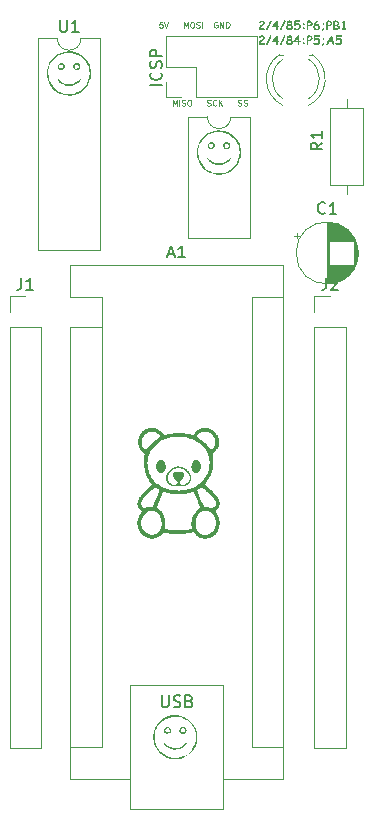
<source format=gbr>
%TF.GenerationSoftware,KiCad,Pcbnew,8.0.7*%
%TF.CreationDate,2025-01-29T15:55:01-08:00*%
%TF.ProjectId,Attiny2x4x8x Programmers,41747469-6e79-4327-9834-783878205072,rev?*%
%TF.SameCoordinates,Original*%
%TF.FileFunction,Legend,Top*%
%TF.FilePolarity,Positive*%
%FSLAX46Y46*%
G04 Gerber Fmt 4.6, Leading zero omitted, Abs format (unit mm)*
G04 Created by KiCad (PCBNEW 8.0.7) date 2025-01-29 15:55:01*
%MOMM*%
%LPD*%
G01*
G04 APERTURE LIST*
%ADD10C,0.000000*%
%ADD11C,0.150000*%
%ADD12C,0.080000*%
%ADD13C,0.120000*%
G04 APERTURE END LIST*
D10*
G36*
X86315758Y-82526032D02*
G01*
X86353316Y-82531466D01*
X86389387Y-82541713D01*
X86423875Y-82556486D01*
X86456681Y-82575495D01*
X86487710Y-82598451D01*
X86516863Y-82625067D01*
X86544043Y-82655052D01*
X86569154Y-82688118D01*
X86592097Y-82723977D01*
X86612776Y-82762339D01*
X86631094Y-82802916D01*
X86646954Y-82845418D01*
X86660257Y-82889558D01*
X86670907Y-82935046D01*
X86678807Y-82981594D01*
X86683860Y-83028912D01*
X86685968Y-83076713D01*
X86685034Y-83124706D01*
X86680961Y-83172604D01*
X86673652Y-83220117D01*
X86663009Y-83266957D01*
X86648935Y-83312835D01*
X86631334Y-83357461D01*
X86610107Y-83400548D01*
X86585158Y-83441807D01*
X86556389Y-83480948D01*
X86523704Y-83517683D01*
X86487005Y-83551724D01*
X86477522Y-83559316D01*
X86467645Y-83566483D01*
X86457400Y-83573223D01*
X86446812Y-83579535D01*
X86424711Y-83590867D01*
X86401551Y-83600465D01*
X86377537Y-83608317D01*
X86352876Y-83614407D01*
X86327775Y-83618725D01*
X86302441Y-83621255D01*
X86277081Y-83621985D01*
X86251902Y-83620902D01*
X86227109Y-83617991D01*
X86202911Y-83613241D01*
X86179513Y-83606637D01*
X86157122Y-83598165D01*
X86146370Y-83593226D01*
X86135946Y-83587814D01*
X86125878Y-83581929D01*
X86116191Y-83575569D01*
X86086379Y-83552974D01*
X86058620Y-83528181D01*
X86032911Y-83501353D01*
X86009243Y-83472647D01*
X85987613Y-83442227D01*
X85968014Y-83410250D01*
X85950441Y-83376879D01*
X85934887Y-83342273D01*
X85921348Y-83306592D01*
X85909817Y-83269997D01*
X85900288Y-83232649D01*
X85892756Y-83194707D01*
X85887215Y-83156332D01*
X85883659Y-83117685D01*
X85882083Y-83078926D01*
X85882481Y-83040214D01*
X85884847Y-83001711D01*
X85889176Y-82963576D01*
X85895460Y-82925971D01*
X85903696Y-82889055D01*
X85913877Y-82852989D01*
X85925998Y-82817934D01*
X85940052Y-82784048D01*
X85956033Y-82751494D01*
X85973937Y-82720431D01*
X85993758Y-82691019D01*
X86015489Y-82663420D01*
X86039125Y-82637793D01*
X86064661Y-82614298D01*
X86092089Y-82593096D01*
X86121406Y-82574348D01*
X86152605Y-82558213D01*
X86195137Y-82541503D01*
X86236571Y-82530762D01*
X86276810Y-82525701D01*
X86315758Y-82526032D01*
G37*
G36*
X87841717Y-83075241D02*
G01*
X87912202Y-83083945D01*
X87983116Y-83097753D01*
X88054095Y-83116559D01*
X88124775Y-83140251D01*
X88194795Y-83168722D01*
X88263790Y-83201862D01*
X88331397Y-83239562D01*
X88397253Y-83281713D01*
X88460996Y-83328207D01*
X88522261Y-83378934D01*
X88580686Y-83433786D01*
X88629367Y-83485899D01*
X88672837Y-83539462D01*
X88711188Y-83594261D01*
X88744510Y-83650084D01*
X88772895Y-83706717D01*
X88796436Y-83763949D01*
X88815223Y-83821566D01*
X88829348Y-83879356D01*
X88838903Y-83937105D01*
X88843979Y-83994601D01*
X88844668Y-84051631D01*
X88841061Y-84107982D01*
X88833250Y-84163442D01*
X88821327Y-84217797D01*
X88805383Y-84270835D01*
X88785510Y-84322343D01*
X88761800Y-84372108D01*
X88734343Y-84419918D01*
X88703231Y-84465559D01*
X88668557Y-84508819D01*
X88630412Y-84549485D01*
X88588886Y-84587344D01*
X88544073Y-84622183D01*
X88496063Y-84653790D01*
X88444948Y-84681952D01*
X88390819Y-84706455D01*
X88333769Y-84727088D01*
X88273889Y-84743637D01*
X88211270Y-84755889D01*
X88146003Y-84763632D01*
X88078182Y-84766653D01*
X88007896Y-84764739D01*
X88001595Y-84764012D01*
X87994633Y-84762600D01*
X87987081Y-84760540D01*
X87979012Y-84757870D01*
X87970498Y-84754626D01*
X87961609Y-84750847D01*
X87952417Y-84746570D01*
X87942994Y-84741832D01*
X87933413Y-84736670D01*
X87923743Y-84731122D01*
X87914058Y-84725225D01*
X87904428Y-84719016D01*
X87894925Y-84712533D01*
X87885622Y-84705814D01*
X87876589Y-84698895D01*
X87867898Y-84691813D01*
X87785514Y-84622493D01*
X87680011Y-84695616D01*
X87655054Y-84711464D01*
X87629002Y-84725239D01*
X87601944Y-84736977D01*
X87573968Y-84746711D01*
X87545165Y-84754477D01*
X87515621Y-84760309D01*
X87485428Y-84764241D01*
X87454672Y-84766308D01*
X87423444Y-84766544D01*
X87391831Y-84764984D01*
X87359924Y-84761662D01*
X87327810Y-84756613D01*
X87295578Y-84749871D01*
X87263319Y-84741471D01*
X87231119Y-84731447D01*
X87199069Y-84719834D01*
X87167256Y-84706666D01*
X87135771Y-84691978D01*
X87104702Y-84675804D01*
X87074137Y-84658179D01*
X87044165Y-84639138D01*
X87014877Y-84618713D01*
X86986359Y-84596942D01*
X86958701Y-84573856D01*
X86931993Y-84549492D01*
X86906323Y-84523884D01*
X86881779Y-84497066D01*
X86858451Y-84469073D01*
X86836427Y-84439938D01*
X86815797Y-84409698D01*
X86796649Y-84378385D01*
X86779072Y-84346036D01*
X86759547Y-84304123D01*
X86743296Y-84261507D01*
X86730266Y-84218277D01*
X86720400Y-84174528D01*
X86713646Y-84130350D01*
X86709948Y-84085836D01*
X86709532Y-84059037D01*
X86846061Y-84059037D01*
X86848435Y-84095817D01*
X86853299Y-84132201D01*
X86860634Y-84168112D01*
X86870422Y-84203477D01*
X86882646Y-84238221D01*
X86897287Y-84272271D01*
X86914329Y-84305551D01*
X86933752Y-84337987D01*
X86955540Y-84369505D01*
X86979673Y-84400030D01*
X87006135Y-84429489D01*
X87034908Y-84457807D01*
X87065973Y-84484909D01*
X87099313Y-84510721D01*
X87134909Y-84535168D01*
X87172745Y-84558178D01*
X87212802Y-84579674D01*
X87255062Y-84599582D01*
X87299507Y-84617829D01*
X87324895Y-84626382D01*
X87350258Y-84632728D01*
X87375499Y-84636967D01*
X87400521Y-84639196D01*
X87425228Y-84639516D01*
X87449524Y-84638025D01*
X87473312Y-84634822D01*
X87496496Y-84630006D01*
X87518980Y-84623676D01*
X87540666Y-84615931D01*
X87561460Y-84606869D01*
X87581264Y-84596591D01*
X87599981Y-84585194D01*
X87617516Y-84572778D01*
X87633773Y-84559441D01*
X87648654Y-84545284D01*
X87662063Y-84530403D01*
X87673904Y-84514899D01*
X87684081Y-84498871D01*
X87692496Y-84482417D01*
X87699055Y-84465637D01*
X87703659Y-84448629D01*
X87706214Y-84431492D01*
X87706622Y-84414325D01*
X87704787Y-84397228D01*
X87700612Y-84380298D01*
X87694002Y-84363636D01*
X87684860Y-84347340D01*
X87673089Y-84331509D01*
X87658594Y-84316241D01*
X87641277Y-84301637D01*
X87621042Y-84287794D01*
X87600100Y-84274057D01*
X87579628Y-84259063D01*
X87559658Y-84242894D01*
X87540225Y-84225630D01*
X87521361Y-84207354D01*
X87503100Y-84188147D01*
X87468521Y-84147265D01*
X87436758Y-84103638D01*
X87408079Y-84057915D01*
X87382751Y-84010751D01*
X87361043Y-83962795D01*
X87343224Y-83914701D01*
X87329562Y-83867120D01*
X87324374Y-83843725D01*
X87320325Y-83820704D01*
X87317450Y-83798136D01*
X87315782Y-83776105D01*
X87315354Y-83754690D01*
X87316200Y-83733974D01*
X87318354Y-83714039D01*
X87321849Y-83694965D01*
X87326718Y-83676834D01*
X87332996Y-83659728D01*
X87340715Y-83643728D01*
X87349910Y-83628916D01*
X87359198Y-83617917D01*
X87371201Y-83607420D01*
X87385752Y-83597435D01*
X87402686Y-83587972D01*
X87443035Y-83570656D01*
X87490919Y-83555554D01*
X87545008Y-83542750D01*
X87603973Y-83532329D01*
X87666484Y-83524372D01*
X87731212Y-83518965D01*
X87796827Y-83516190D01*
X87861999Y-83516131D01*
X87925400Y-83518871D01*
X87985699Y-83524494D01*
X88041567Y-83533084D01*
X88091675Y-83544724D01*
X88134693Y-83559497D01*
X88153128Y-83568085D01*
X88169291Y-83577488D01*
X88182310Y-83587172D01*
X88193912Y-83598196D01*
X88204115Y-83610503D01*
X88212936Y-83624033D01*
X88220391Y-83638730D01*
X88226497Y-83654535D01*
X88231273Y-83671390D01*
X88234734Y-83689237D01*
X88236898Y-83708019D01*
X88237782Y-83727676D01*
X88237402Y-83748151D01*
X88235776Y-83769387D01*
X88228855Y-83813906D01*
X88217152Y-83860769D01*
X88200806Y-83909513D01*
X88179951Y-83959673D01*
X88154724Y-84010784D01*
X88125262Y-84062383D01*
X88091700Y-84114007D01*
X88054175Y-84165190D01*
X88012822Y-84215468D01*
X87967779Y-84264379D01*
X87944551Y-84289809D01*
X87924682Y-84314858D01*
X87908070Y-84339457D01*
X87894615Y-84363538D01*
X87884216Y-84387032D01*
X87876770Y-84409870D01*
X87872178Y-84431984D01*
X87870337Y-84453306D01*
X87871147Y-84473767D01*
X87874506Y-84493299D01*
X87880313Y-84511832D01*
X87888468Y-84529299D01*
X87898868Y-84545631D01*
X87911413Y-84560760D01*
X87926001Y-84574617D01*
X87942531Y-84587133D01*
X87960903Y-84598241D01*
X87981014Y-84607871D01*
X88002765Y-84615955D01*
X88026052Y-84622424D01*
X88050776Y-84627211D01*
X88076836Y-84630246D01*
X88104129Y-84631462D01*
X88132554Y-84630789D01*
X88162012Y-84628159D01*
X88192400Y-84623504D01*
X88223617Y-84616755D01*
X88255562Y-84607843D01*
X88288134Y-84596700D01*
X88321231Y-84583259D01*
X88354753Y-84567449D01*
X88388598Y-84549203D01*
X88440878Y-84516837D01*
X88488595Y-84482442D01*
X88531790Y-84446167D01*
X88570508Y-84408162D01*
X88604793Y-84368577D01*
X88634687Y-84327561D01*
X88660233Y-84285265D01*
X88681476Y-84241839D01*
X88698458Y-84197431D01*
X88711223Y-84152193D01*
X88719814Y-84106274D01*
X88724275Y-84059824D01*
X88724648Y-84012993D01*
X88720978Y-83965931D01*
X88713307Y-83918787D01*
X88701679Y-83871712D01*
X88686137Y-83824856D01*
X88666725Y-83778367D01*
X88643485Y-83732397D01*
X88616462Y-83687094D01*
X88585698Y-83642610D01*
X88551237Y-83599094D01*
X88513123Y-83556695D01*
X88471398Y-83515563D01*
X88426106Y-83475850D01*
X88377290Y-83437703D01*
X88324994Y-83401274D01*
X88269261Y-83366712D01*
X88210134Y-83334166D01*
X88147656Y-83303788D01*
X88081872Y-83275726D01*
X88012824Y-83250131D01*
X87951247Y-83231508D01*
X87889890Y-83218093D01*
X87859291Y-83213340D01*
X87828745Y-83209889D01*
X87798250Y-83207742D01*
X87767805Y-83206898D01*
X87737410Y-83207359D01*
X87707063Y-83209123D01*
X87676764Y-83212193D01*
X87646511Y-83216567D01*
X87616304Y-83222246D01*
X87586142Y-83229231D01*
X87525949Y-83247118D01*
X87465924Y-83270231D01*
X87406060Y-83298572D01*
X87346349Y-83332143D01*
X87286784Y-83370948D01*
X87227358Y-83414988D01*
X87168064Y-83464266D01*
X87108893Y-83518784D01*
X87049839Y-83578546D01*
X87018228Y-83613727D01*
X86989339Y-83649478D01*
X86963153Y-83685724D01*
X86939653Y-83722390D01*
X86918820Y-83759403D01*
X86900638Y-83796687D01*
X86885088Y-83834168D01*
X86872152Y-83871772D01*
X86861812Y-83909425D01*
X86854051Y-83947053D01*
X86848851Y-83984580D01*
X86846193Y-84021933D01*
X86846061Y-84059037D01*
X86709532Y-84059037D01*
X86709253Y-84041077D01*
X86711505Y-83996167D01*
X86716651Y-83951196D01*
X86724636Y-83906258D01*
X86735405Y-83861444D01*
X86748904Y-83816846D01*
X86765080Y-83772556D01*
X86783876Y-83728667D01*
X86805239Y-83685271D01*
X86829115Y-83642459D01*
X86855449Y-83600324D01*
X86884187Y-83558957D01*
X86915274Y-83518452D01*
X86948655Y-83478899D01*
X86984278Y-83440392D01*
X87022086Y-83403021D01*
X87062026Y-83366880D01*
X87104043Y-83332060D01*
X87148082Y-83298654D01*
X87194091Y-83266753D01*
X87242013Y-83236449D01*
X87291794Y-83207836D01*
X87343381Y-83181004D01*
X87396719Y-83156045D01*
X87451753Y-83133053D01*
X87508429Y-83112118D01*
X87539573Y-83102176D01*
X87571324Y-83093660D01*
X87636464Y-83080853D01*
X87703485Y-83073586D01*
X87772023Y-83071752D01*
X87841717Y-83075241D01*
G37*
G36*
X89263711Y-82512602D02*
G01*
X89269663Y-82513090D01*
X89275733Y-82513888D01*
X89288384Y-82516423D01*
X89301980Y-82520224D01*
X89316835Y-82525308D01*
X89333264Y-82531695D01*
X89351581Y-82539400D01*
X89395139Y-82558841D01*
X89434049Y-82579148D01*
X89469784Y-82603097D01*
X89502384Y-82630406D01*
X89531885Y-82660794D01*
X89558324Y-82693981D01*
X89581741Y-82729685D01*
X89602172Y-82767626D01*
X89619655Y-82807522D01*
X89634227Y-82849092D01*
X89645927Y-82892056D01*
X89654792Y-82936132D01*
X89660860Y-82981040D01*
X89664168Y-83026498D01*
X89664754Y-83072226D01*
X89662656Y-83117942D01*
X89657912Y-83163365D01*
X89650558Y-83208215D01*
X89640633Y-83252210D01*
X89628175Y-83295069D01*
X89613220Y-83336512D01*
X89595807Y-83376257D01*
X89575974Y-83414024D01*
X89553758Y-83449531D01*
X89529196Y-83482497D01*
X89502327Y-83512642D01*
X89473188Y-83539684D01*
X89441816Y-83563342D01*
X89408250Y-83583336D01*
X89372527Y-83599384D01*
X89334685Y-83611206D01*
X89294761Y-83618520D01*
X89252793Y-83621045D01*
X89211585Y-83618540D01*
X89172565Y-83611142D01*
X89135759Y-83599140D01*
X89101195Y-83582824D01*
X89068898Y-83562480D01*
X89038895Y-83538397D01*
X89011215Y-83510865D01*
X88985883Y-83480171D01*
X88962927Y-83446604D01*
X88942373Y-83410453D01*
X88924249Y-83372005D01*
X88908580Y-83331550D01*
X88895395Y-83289376D01*
X88884720Y-83245771D01*
X88876582Y-83201024D01*
X88871008Y-83155423D01*
X88868024Y-83109257D01*
X88867658Y-83062815D01*
X88869937Y-83016384D01*
X88874887Y-82970254D01*
X88882535Y-82924712D01*
X88892909Y-82880048D01*
X88906034Y-82836549D01*
X88921939Y-82794504D01*
X88940650Y-82754202D01*
X88962193Y-82715931D01*
X88986596Y-82679980D01*
X89013886Y-82646637D01*
X89044090Y-82616191D01*
X89077233Y-82588930D01*
X89113345Y-82565142D01*
X89152450Y-82545116D01*
X89187185Y-82530102D01*
X89202036Y-82524272D01*
X89215629Y-82519584D01*
X89228278Y-82516055D01*
X89240299Y-82513703D01*
X89246171Y-82512974D01*
X89252005Y-82512546D01*
X89257838Y-82512421D01*
X89263711Y-82512602D01*
G37*
G36*
X85609573Y-79808955D02*
G01*
X85685403Y-79814710D01*
X85722332Y-79819405D01*
X85758644Y-79825326D01*
X85794370Y-79832483D01*
X85829541Y-79840887D01*
X85864187Y-79850548D01*
X85898340Y-79861477D01*
X85932029Y-79873683D01*
X85965286Y-79887179D01*
X85998141Y-79901973D01*
X86030625Y-79918077D01*
X86062769Y-79935501D01*
X86094603Y-79954255D01*
X86157465Y-79995798D01*
X86219457Y-80042787D01*
X86280824Y-80095308D01*
X86341813Y-80153444D01*
X86402668Y-80217279D01*
X86587215Y-80419553D01*
X86888940Y-80343717D01*
X86978530Y-80323683D01*
X87076525Y-80306318D01*
X87181725Y-80291623D01*
X87292928Y-80279598D01*
X87408932Y-80270244D01*
X87528538Y-80263560D01*
X87650543Y-80259546D01*
X87773748Y-80258203D01*
X87896950Y-80259530D01*
X88018948Y-80263529D01*
X88138542Y-80270199D01*
X88254531Y-80279539D01*
X88365713Y-80291552D01*
X88470886Y-80306235D01*
X88568852Y-80323591D01*
X88658407Y-80343618D01*
X88959668Y-80419355D01*
X89156121Y-80205869D01*
X89198169Y-80161117D01*
X89238689Y-80120032D01*
X89278004Y-80082432D01*
X89316435Y-80048134D01*
X89354304Y-80016959D01*
X89391933Y-79988724D01*
X89429642Y-79963247D01*
X89467755Y-79940347D01*
X89506591Y-79919843D01*
X89546474Y-79901553D01*
X89587724Y-79885296D01*
X89630664Y-79870890D01*
X89675614Y-79858153D01*
X89722898Y-79846904D01*
X89772835Y-79836961D01*
X89825748Y-79828143D01*
X89931575Y-79816205D01*
X90034634Y-79812822D01*
X90134727Y-79817612D01*
X90231654Y-79830192D01*
X90325214Y-79850180D01*
X90415210Y-79877192D01*
X90501440Y-79910846D01*
X90583707Y-79950761D01*
X90661809Y-79996552D01*
X90735547Y-80047838D01*
X90804723Y-80104236D01*
X90869136Y-80165363D01*
X90928587Y-80230837D01*
X90982877Y-80300275D01*
X91031805Y-80373294D01*
X91075173Y-80449513D01*
X91112780Y-80528548D01*
X91144428Y-80610017D01*
X91169916Y-80693537D01*
X91189046Y-80778726D01*
X91201617Y-80865200D01*
X91207431Y-80952579D01*
X91206287Y-81040478D01*
X91197986Y-81128515D01*
X91182328Y-81216308D01*
X91159115Y-81303474D01*
X91128146Y-81389631D01*
X91089222Y-81474395D01*
X91042143Y-81557385D01*
X90986710Y-81638218D01*
X90922723Y-81716510D01*
X90849984Y-81791881D01*
X90816002Y-81824791D01*
X90785980Y-81855039D01*
X90759731Y-81883183D01*
X90737069Y-81909785D01*
X90717809Y-81935403D01*
X90701764Y-81960597D01*
X90694890Y-81973211D01*
X90688750Y-81985928D01*
X90683321Y-81998820D01*
X90678580Y-82011956D01*
X90674503Y-82025406D01*
X90671067Y-82039241D01*
X90668250Y-82053529D01*
X90666028Y-82068341D01*
X90663275Y-82099819D01*
X90662624Y-82134232D01*
X90663887Y-82172142D01*
X90666880Y-82214108D01*
X90671416Y-82260690D01*
X90677310Y-82312449D01*
X90692246Y-82460994D01*
X90701063Y-82605763D01*
X90703690Y-82747037D01*
X90700053Y-82885098D01*
X90690080Y-83020227D01*
X90673698Y-83152706D01*
X90650836Y-83282817D01*
X90621421Y-83410841D01*
X90585380Y-83537060D01*
X90542642Y-83661755D01*
X90493133Y-83785208D01*
X90436781Y-83907700D01*
X90373514Y-84029513D01*
X90303259Y-84150929D01*
X90225944Y-84272229D01*
X90141496Y-84393694D01*
X90113643Y-84432336D01*
X90089551Y-84466476D01*
X90069256Y-84496606D01*
X90060545Y-84510322D01*
X90052796Y-84523220D01*
X90046016Y-84535363D01*
X90040207Y-84546812D01*
X90035375Y-84557628D01*
X90031524Y-84567873D01*
X90028658Y-84577610D01*
X90026783Y-84586899D01*
X90025903Y-84595802D01*
X90026022Y-84604381D01*
X90027145Y-84612697D01*
X90029276Y-84620813D01*
X90032420Y-84628789D01*
X90036581Y-84636688D01*
X90041764Y-84644572D01*
X90047974Y-84652501D01*
X90055215Y-84660537D01*
X90063491Y-84668742D01*
X90072808Y-84677179D01*
X90083168Y-84685907D01*
X90107042Y-84704488D01*
X90135149Y-84724979D01*
X90167524Y-84747872D01*
X90228436Y-84792916D01*
X90293959Y-84845434D01*
X90363104Y-84904382D01*
X90434886Y-84968715D01*
X90508317Y-85037389D01*
X90582412Y-85109358D01*
X90656183Y-85183578D01*
X90728643Y-85259005D01*
X90798806Y-85334594D01*
X90865686Y-85409301D01*
X90928295Y-85482080D01*
X90985646Y-85551888D01*
X91036754Y-85617679D01*
X91080631Y-85678409D01*
X91116290Y-85733033D01*
X91142745Y-85780507D01*
X91174690Y-85849912D01*
X91201412Y-85918271D01*
X91212817Y-85952038D01*
X91222918Y-85985520D01*
X91231718Y-86018707D01*
X91239217Y-86051593D01*
X91245415Y-86084168D01*
X91250315Y-86116426D01*
X91253916Y-86148357D01*
X91256220Y-86179953D01*
X91257227Y-86211207D01*
X91256939Y-86242110D01*
X91255357Y-86272654D01*
X91252481Y-86302832D01*
X91248313Y-86332634D01*
X91242853Y-86362053D01*
X91236102Y-86391081D01*
X91228062Y-86419709D01*
X91218733Y-86447930D01*
X91208116Y-86475735D01*
X91196212Y-86503116D01*
X91183022Y-86530066D01*
X91168547Y-86556575D01*
X91152788Y-86582636D01*
X91135746Y-86608241D01*
X91117422Y-86633382D01*
X91097817Y-86658050D01*
X91076931Y-86682237D01*
X91054766Y-86705935D01*
X91031323Y-86729137D01*
X91007156Y-86752435D01*
X90986097Y-86773490D01*
X90968105Y-86792616D01*
X90960246Y-86801555D01*
X90953138Y-86810130D01*
X90946775Y-86818382D01*
X90941153Y-86826349D01*
X90936266Y-86834071D01*
X90932110Y-86841588D01*
X90928678Y-86848939D01*
X90925965Y-86856164D01*
X90923967Y-86863301D01*
X90922678Y-86870392D01*
X90922092Y-86877475D01*
X90922206Y-86884590D01*
X90923012Y-86891776D01*
X90924507Y-86899073D01*
X90926685Y-86906520D01*
X90929540Y-86914157D01*
X90933068Y-86922023D01*
X90937263Y-86930158D01*
X90942120Y-86938602D01*
X90947633Y-86947393D01*
X90960610Y-86966178D01*
X90976151Y-86986829D01*
X90994214Y-87009662D01*
X91002583Y-87020492D01*
X91011390Y-87032678D01*
X91030027Y-87060579D01*
X91049529Y-87092297D01*
X91069302Y-87126761D01*
X91088752Y-87162900D01*
X91107282Y-87199646D01*
X91124299Y-87235927D01*
X91139206Y-87270673D01*
X91184049Y-87394764D01*
X91217680Y-87517744D01*
X91240546Y-87639242D01*
X91253097Y-87758886D01*
X91255780Y-87876304D01*
X91249044Y-87991125D01*
X91233337Y-88102978D01*
X91209106Y-88211490D01*
X91176802Y-88316292D01*
X91136870Y-88417010D01*
X91089761Y-88513275D01*
X91035921Y-88604713D01*
X90975800Y-88690954D01*
X90909846Y-88771626D01*
X90838506Y-88846358D01*
X90762229Y-88914778D01*
X90681463Y-88976514D01*
X90596657Y-89031196D01*
X90508259Y-89078452D01*
X90416716Y-89117909D01*
X90322478Y-89149198D01*
X90225992Y-89171946D01*
X90127706Y-89185781D01*
X90028070Y-89190333D01*
X89927530Y-89185229D01*
X89826536Y-89170099D01*
X89725536Y-89144571D01*
X89624977Y-89108273D01*
X89525308Y-89060833D01*
X89426978Y-89001881D01*
X89330434Y-88931045D01*
X89236124Y-88847954D01*
X89046419Y-88665788D01*
X88688503Y-88727436D01*
X88504695Y-88753505D01*
X88297666Y-88772939D01*
X88072713Y-88785678D01*
X87835131Y-88791668D01*
X87590216Y-88790850D01*
X87343264Y-88783168D01*
X87099571Y-88768564D01*
X86864433Y-88746982D01*
X86458694Y-88702566D01*
X86307683Y-88848748D01*
X86261529Y-88891539D01*
X86214462Y-88931458D01*
X86166540Y-88968508D01*
X86117824Y-89002691D01*
X86068373Y-89034008D01*
X86018247Y-89062461D01*
X85967504Y-89088051D01*
X85916203Y-89110780D01*
X85864406Y-89130650D01*
X85812170Y-89147663D01*
X85759555Y-89161820D01*
X85706620Y-89173123D01*
X85653425Y-89181574D01*
X85600030Y-89187174D01*
X85546493Y-89189925D01*
X85492874Y-89189828D01*
X85439233Y-89186887D01*
X85385628Y-89181101D01*
X85332119Y-89172473D01*
X85278766Y-89161005D01*
X85225627Y-89146698D01*
X85172763Y-89129554D01*
X85120232Y-89109574D01*
X85068094Y-89086761D01*
X85016408Y-89061115D01*
X84965235Y-89032640D01*
X84914632Y-89001336D01*
X84864659Y-88967205D01*
X84815377Y-88930248D01*
X84766843Y-88890469D01*
X84719118Y-88847867D01*
X84672261Y-88802445D01*
X84628876Y-88756773D01*
X84588083Y-88709968D01*
X84549883Y-88662072D01*
X84514278Y-88613127D01*
X84481271Y-88563175D01*
X84450863Y-88512258D01*
X84423057Y-88460418D01*
X84397855Y-88407697D01*
X84375260Y-88354137D01*
X84355272Y-88299780D01*
X84337895Y-88244669D01*
X84323130Y-88188844D01*
X84310980Y-88132348D01*
X84301447Y-88075224D01*
X84290240Y-87959256D01*
X84289584Y-87850949D01*
X84608720Y-87850949D01*
X84610797Y-87926679D01*
X84618592Y-88002673D01*
X84632327Y-88078647D01*
X84652228Y-88154322D01*
X84678517Y-88229413D01*
X84711419Y-88303640D01*
X84737997Y-88354197D01*
X84766753Y-88402458D01*
X84797573Y-88448392D01*
X84830339Y-88491973D01*
X84864935Y-88533170D01*
X84901246Y-88571955D01*
X84939155Y-88608299D01*
X84978546Y-88642174D01*
X85019303Y-88673551D01*
X85061309Y-88702400D01*
X85104450Y-88728694D01*
X85148607Y-88752403D01*
X85193667Y-88773498D01*
X85239511Y-88791952D01*
X85286024Y-88807734D01*
X85333091Y-88820817D01*
X85380594Y-88831171D01*
X85428418Y-88838768D01*
X85476446Y-88843579D01*
X85524563Y-88845575D01*
X85572652Y-88844728D01*
X85620597Y-88841008D01*
X85668282Y-88834386D01*
X85715590Y-88824835D01*
X85762407Y-88812325D01*
X85808615Y-88796828D01*
X85854098Y-88778314D01*
X85898741Y-88756756D01*
X85942427Y-88732123D01*
X85985040Y-88704388D01*
X86026464Y-88673521D01*
X86066582Y-88639495D01*
X86108302Y-88598415D01*
X86146503Y-88553934D01*
X86181218Y-88506305D01*
X86212482Y-88455782D01*
X86240331Y-88402619D01*
X86264798Y-88347071D01*
X86285920Y-88289390D01*
X86303730Y-88229832D01*
X86318263Y-88168650D01*
X86329554Y-88106099D01*
X86337639Y-88042432D01*
X86342550Y-87977903D01*
X86344325Y-87912767D01*
X86342996Y-87847277D01*
X86338599Y-87781688D01*
X86331169Y-87716253D01*
X86320741Y-87651227D01*
X86307348Y-87586863D01*
X86291027Y-87523417D01*
X86271811Y-87461140D01*
X86249736Y-87400289D01*
X86224836Y-87341116D01*
X86197146Y-87283877D01*
X86166701Y-87228824D01*
X86133536Y-87176211D01*
X86097684Y-87126294D01*
X86059182Y-87079326D01*
X86018064Y-87035561D01*
X85974365Y-86995253D01*
X85928119Y-86958655D01*
X85879361Y-86926023D01*
X85828126Y-86897610D01*
X85760128Y-86867573D01*
X85692027Y-86845127D01*
X85624047Y-86829991D01*
X85556411Y-86821882D01*
X85489344Y-86820518D01*
X85423069Y-86825618D01*
X85357811Y-86836900D01*
X85293793Y-86854082D01*
X85231238Y-86876882D01*
X85170372Y-86905018D01*
X85111417Y-86938209D01*
X85054598Y-86976172D01*
X85000138Y-87018627D01*
X84948261Y-87065290D01*
X84899192Y-87115880D01*
X84853153Y-87170115D01*
X84810369Y-87227714D01*
X84771064Y-87288394D01*
X84735462Y-87351874D01*
X84703786Y-87417872D01*
X84676260Y-87486106D01*
X84653108Y-87556293D01*
X84634555Y-87628153D01*
X84620823Y-87701404D01*
X84612137Y-87775763D01*
X84608720Y-87850949D01*
X84289584Y-87850949D01*
X84289525Y-87841276D01*
X84299320Y-87721620D01*
X84319642Y-87600624D01*
X84350508Y-87478624D01*
X84391936Y-87355956D01*
X84443941Y-87232956D01*
X84506542Y-87109960D01*
X84579756Y-86987304D01*
X84662339Y-86858618D01*
X84553066Y-86759863D01*
X84505877Y-86714436D01*
X84463468Y-86667750D01*
X84425832Y-86619820D01*
X84392963Y-86570663D01*
X84364855Y-86520293D01*
X84341501Y-86468727D01*
X84322893Y-86415981D01*
X84309026Y-86362071D01*
X84299893Y-86307012D01*
X84295487Y-86250821D01*
X84295746Y-86203785D01*
X84620822Y-86203785D01*
X84621185Y-86243062D01*
X84625072Y-86281080D01*
X84632505Y-86317797D01*
X84643507Y-86353172D01*
X84658099Y-86387162D01*
X84676305Y-86419725D01*
X84698147Y-86450821D01*
X84723646Y-86480407D01*
X84752826Y-86508442D01*
X84772546Y-86525436D01*
X84790722Y-86540262D01*
X84807700Y-86552951D01*
X84823826Y-86563533D01*
X84839444Y-86572039D01*
X84847171Y-86575523D01*
X84854901Y-86578499D01*
X84862678Y-86580972D01*
X84870543Y-86582945D01*
X84878540Y-86584422D01*
X84886714Y-86585407D01*
X84895106Y-86585904D01*
X84903760Y-86585916D01*
X84912719Y-86585448D01*
X84922027Y-86584503D01*
X84941860Y-86581199D01*
X84963604Y-86576033D01*
X84987606Y-86569038D01*
X85014211Y-86560244D01*
X85043764Y-86549681D01*
X85076610Y-86537381D01*
X85094804Y-86530758D01*
X85113292Y-86524601D01*
X85125508Y-86520904D01*
X85968112Y-86520904D01*
X85969273Y-86535109D01*
X85971645Y-86548173D01*
X85973280Y-86554321D01*
X85975213Y-86560235D01*
X85977440Y-86565934D01*
X85979961Y-86571434D01*
X85985875Y-86581908D01*
X85992939Y-86591797D01*
X86001138Y-86601239D01*
X86010458Y-86610374D01*
X86020881Y-86619340D01*
X86032395Y-86628276D01*
X86044982Y-86637321D01*
X86058629Y-86646613D01*
X86089038Y-86666498D01*
X86162527Y-86717518D01*
X86230438Y-86771818D01*
X86292856Y-86829600D01*
X86349866Y-86891067D01*
X86401554Y-86956423D01*
X86448004Y-87025869D01*
X86489301Y-87099609D01*
X86525531Y-87177847D01*
X86556777Y-87260783D01*
X86583125Y-87348623D01*
X86604660Y-87441568D01*
X86621466Y-87539821D01*
X86633629Y-87643586D01*
X86641234Y-87753065D01*
X86644366Y-87868461D01*
X86643109Y-87989977D01*
X86632823Y-88365222D01*
X86818925Y-88407720D01*
X86927481Y-88427544D01*
X87057570Y-88443084D01*
X87205202Y-88454523D01*
X87366386Y-88462041D01*
X87537131Y-88465821D01*
X87713447Y-88466044D01*
X87891343Y-88462893D01*
X88066827Y-88456548D01*
X88235911Y-88447193D01*
X88394602Y-88435008D01*
X88538910Y-88420176D01*
X88664844Y-88402879D01*
X88768414Y-88383297D01*
X88845629Y-88361614D01*
X88873107Y-88350041D01*
X88892499Y-88338010D01*
X88903307Y-88325545D01*
X88905032Y-88312669D01*
X88882125Y-88193743D01*
X88867611Y-88075191D01*
X88861374Y-87957350D01*
X88862450Y-87892045D01*
X89221724Y-87892045D01*
X89223722Y-87966362D01*
X89229895Y-88045812D01*
X89240404Y-88122069D01*
X89255065Y-88195058D01*
X89273694Y-88264705D01*
X89296109Y-88330934D01*
X89322124Y-88393669D01*
X89351556Y-88452837D01*
X89384222Y-88508362D01*
X89419938Y-88560169D01*
X89458520Y-88608183D01*
X89499785Y-88652330D01*
X89543548Y-88692533D01*
X89589627Y-88728719D01*
X89637837Y-88760811D01*
X89687995Y-88788736D01*
X89739916Y-88812417D01*
X89793418Y-88831781D01*
X89848317Y-88846752D01*
X89904429Y-88857254D01*
X89961570Y-88863214D01*
X90019556Y-88864556D01*
X90078204Y-88861205D01*
X90137331Y-88853085D01*
X90196752Y-88840123D01*
X90256283Y-88822243D01*
X90315742Y-88799370D01*
X90374944Y-88771428D01*
X90433705Y-88738344D01*
X90491843Y-88700042D01*
X90549173Y-88656446D01*
X90605511Y-88607483D01*
X90660675Y-88553076D01*
X90703684Y-88504741D01*
X90742885Y-88454076D01*
X90778315Y-88401289D01*
X90810016Y-88346589D01*
X90838026Y-88290184D01*
X90862384Y-88232283D01*
X90883132Y-88173092D01*
X90900307Y-88112822D01*
X90913949Y-88051679D01*
X90924099Y-87989872D01*
X90930795Y-87927610D01*
X90934078Y-87865100D01*
X90933986Y-87802551D01*
X90930559Y-87740172D01*
X90923838Y-87678170D01*
X90913860Y-87616753D01*
X90900666Y-87556130D01*
X90884296Y-87496509D01*
X90864788Y-87438099D01*
X90842183Y-87381107D01*
X90816520Y-87325742D01*
X90787838Y-87272212D01*
X90756178Y-87220726D01*
X90721578Y-87171491D01*
X90684078Y-87124715D01*
X90643718Y-87080608D01*
X90600537Y-87039377D01*
X90554574Y-87001230D01*
X90505870Y-86966377D01*
X90454464Y-86935024D01*
X90400396Y-86907380D01*
X90343704Y-86883654D01*
X90285294Y-86863874D01*
X90227518Y-86848401D01*
X90170464Y-86837148D01*
X90114219Y-86830033D01*
X90058870Y-86826970D01*
X90004506Y-86827874D01*
X89951214Y-86832661D01*
X89899081Y-86841245D01*
X89848196Y-86853543D01*
X89798646Y-86869469D01*
X89750519Y-86888940D01*
X89703901Y-86911869D01*
X89658882Y-86938172D01*
X89615549Y-86967765D01*
X89573989Y-87000563D01*
X89534290Y-87036480D01*
X89496539Y-87075434D01*
X89460825Y-87117337D01*
X89427234Y-87162107D01*
X89395855Y-87209658D01*
X89366776Y-87259906D01*
X89340083Y-87312765D01*
X89315865Y-87368151D01*
X89294209Y-87425979D01*
X89275204Y-87486165D01*
X89258935Y-87548624D01*
X89245492Y-87613271D01*
X89234962Y-87680021D01*
X89227432Y-87748790D01*
X89222990Y-87819493D01*
X89221724Y-87892045D01*
X88862450Y-87892045D01*
X88863299Y-87840557D01*
X88873268Y-87725149D01*
X88891166Y-87611462D01*
X88916877Y-87499833D01*
X88950284Y-87390600D01*
X88991271Y-87284098D01*
X89039722Y-87180666D01*
X89095520Y-87080639D01*
X89158551Y-86984355D01*
X89228697Y-86892150D01*
X89305842Y-86804361D01*
X89347003Y-86762228D01*
X89389870Y-86721325D01*
X89434429Y-86681695D01*
X89480666Y-86643380D01*
X89596785Y-86550511D01*
X89514830Y-86311990D01*
X89463535Y-86169317D01*
X89402135Y-86008851D01*
X89335120Y-85841202D01*
X89266977Y-85676985D01*
X89202194Y-85526812D01*
X89145257Y-85401296D01*
X89100655Y-85311050D01*
X89084383Y-85282470D01*
X89072876Y-85266687D01*
X89065942Y-85260223D01*
X89058794Y-85254733D01*
X89051094Y-85250248D01*
X89042506Y-85246803D01*
X89032692Y-85244429D01*
X89021316Y-85243161D01*
X89008041Y-85243029D01*
X88992530Y-85244069D01*
X88974446Y-85246312D01*
X88953451Y-85249791D01*
X88901385Y-85260589D01*
X88833634Y-85276728D01*
X88747505Y-85298470D01*
X88622986Y-85328416D01*
X88498946Y-85354409D01*
X88375397Y-85376447D01*
X88252352Y-85394530D01*
X88129822Y-85408659D01*
X88007820Y-85418834D01*
X87886357Y-85425053D01*
X87765446Y-85427318D01*
X87645099Y-85425627D01*
X87525327Y-85419981D01*
X87406142Y-85410379D01*
X87287557Y-85396822D01*
X87169584Y-85379309D01*
X87052234Y-85357840D01*
X86935520Y-85332415D01*
X86819454Y-85303034D01*
X86693445Y-85268887D01*
X86642319Y-85256997D01*
X86597665Y-85249921D01*
X86577426Y-85248508D01*
X86558398Y-85248680D01*
X86540445Y-85250567D01*
X86523432Y-85254294D01*
X86507222Y-85259990D01*
X86491682Y-85267782D01*
X86476674Y-85277798D01*
X86462063Y-85290164D01*
X86447714Y-85305009D01*
X86433491Y-85322460D01*
X86404880Y-85365689D01*
X86375144Y-85420872D01*
X86343199Y-85489027D01*
X86307959Y-85571175D01*
X86268340Y-85668336D01*
X86171621Y-85911774D01*
X86087525Y-86124453D01*
X86054171Y-86210892D01*
X86026451Y-86285544D01*
X86014666Y-86318798D01*
X86004244Y-86349522D01*
X85995170Y-86377855D01*
X85987429Y-86403935D01*
X85981004Y-86427903D01*
X85975882Y-86449896D01*
X85972047Y-86470054D01*
X85969484Y-86488515D01*
X85968177Y-86505419D01*
X85968112Y-86520904D01*
X85125508Y-86520904D01*
X85132112Y-86518905D01*
X85151299Y-86513666D01*
X85170889Y-86508876D01*
X85190920Y-86504532D01*
X85211427Y-86500627D01*
X85232446Y-86497156D01*
X85276165Y-86491495D01*
X85322367Y-86487505D01*
X85371342Y-86485143D01*
X85423379Y-86484365D01*
X85630681Y-86484365D01*
X85811689Y-86027066D01*
X85941042Y-85700461D01*
X85992257Y-85569690D01*
X86034894Y-85458146D01*
X86053089Y-85409008D01*
X86069251Y-85363984D01*
X86083417Y-85322845D01*
X86095625Y-85285360D01*
X86105912Y-85251297D01*
X86114314Y-85220426D01*
X86120870Y-85192518D01*
X86125617Y-85167340D01*
X86128591Y-85144662D01*
X86129830Y-85124254D01*
X86129371Y-85105886D01*
X86128516Y-85097394D01*
X86127251Y-85089325D01*
X86125580Y-85081651D01*
X86123508Y-85074342D01*
X86121039Y-85067371D01*
X86118178Y-85060707D01*
X86114930Y-85054322D01*
X86111299Y-85048188D01*
X86102908Y-85036554D01*
X86093043Y-85025576D01*
X86081740Y-85015022D01*
X86069037Y-85004663D01*
X86054970Y-84994266D01*
X85985818Y-84947698D01*
X85925139Y-84904804D01*
X85901469Y-84887915D01*
X85880968Y-84874351D01*
X85862680Y-84864326D01*
X85854067Y-84860708D01*
X85845647Y-84858055D01*
X85837302Y-84856394D01*
X85828911Y-84855752D01*
X85820356Y-84856156D01*
X85811515Y-84857632D01*
X85802270Y-84860208D01*
X85792501Y-84863910D01*
X85782089Y-84868765D01*
X85770912Y-84874799D01*
X85745790Y-84890515D01*
X85716178Y-84911272D01*
X85533678Y-85049000D01*
X85387649Y-85162112D01*
X85253749Y-85273864D01*
X85191403Y-85329125D01*
X85132157Y-85383921D01*
X85076032Y-85438210D01*
X85023052Y-85491951D01*
X84973238Y-85545100D01*
X84926612Y-85597618D01*
X84883198Y-85649461D01*
X84843017Y-85700588D01*
X84806091Y-85750957D01*
X84772444Y-85800527D01*
X84742098Y-85849256D01*
X84715074Y-85897102D01*
X84691395Y-85944022D01*
X84671084Y-85989976D01*
X84654162Y-86034922D01*
X84640653Y-86078818D01*
X84630578Y-86121621D01*
X84623961Y-86163291D01*
X84620822Y-86203785D01*
X84295746Y-86203785D01*
X84295802Y-86193514D01*
X84300831Y-86135106D01*
X84310568Y-86075614D01*
X84325005Y-86015053D01*
X84344137Y-85953439D01*
X84367957Y-85890789D01*
X84396457Y-85827118D01*
X84429633Y-85762441D01*
X84467476Y-85696776D01*
X84509980Y-85630138D01*
X84557139Y-85562542D01*
X84608946Y-85494005D01*
X84726479Y-85354172D01*
X84862524Y-85210764D01*
X85017030Y-85063910D01*
X85189943Y-84913738D01*
X85381212Y-84760373D01*
X85442405Y-84712448D01*
X85466468Y-84692232D01*
X85476870Y-84682814D01*
X85486188Y-84673761D01*
X85494422Y-84665003D01*
X85501574Y-84656470D01*
X85507645Y-84648091D01*
X85512636Y-84639795D01*
X85516548Y-84631512D01*
X85519383Y-84623171D01*
X85521142Y-84614702D01*
X85521825Y-84606034D01*
X85521435Y-84597097D01*
X85519972Y-84587819D01*
X85517438Y-84578131D01*
X85513833Y-84567962D01*
X85509159Y-84557241D01*
X85503418Y-84545898D01*
X85496609Y-84533862D01*
X85488735Y-84521062D01*
X85469796Y-84492891D01*
X85446609Y-84460818D01*
X85387529Y-84382714D01*
X85309001Y-84274251D01*
X85236529Y-84162676D01*
X85170128Y-84048042D01*
X85109809Y-83930404D01*
X85055586Y-83809813D01*
X85007473Y-83686323D01*
X84965484Y-83559987D01*
X84929630Y-83430859D01*
X84899926Y-83298991D01*
X84876385Y-83164437D01*
X84859020Y-83027251D01*
X84847845Y-82887484D01*
X84843408Y-82760506D01*
X85146336Y-82760506D01*
X85149548Y-82894812D01*
X85159954Y-83026615D01*
X85177410Y-83155769D01*
X85201772Y-83282130D01*
X85232895Y-83405554D01*
X85270637Y-83525896D01*
X85314852Y-83643012D01*
X85365396Y-83756758D01*
X85422126Y-83866989D01*
X85484898Y-83973561D01*
X85553566Y-84076330D01*
X85627988Y-84175151D01*
X85708019Y-84269880D01*
X85793515Y-84360373D01*
X85884333Y-84446485D01*
X85980327Y-84528072D01*
X86081354Y-84604989D01*
X86187269Y-84677093D01*
X86297929Y-84744238D01*
X86413190Y-84806281D01*
X86532908Y-84863078D01*
X86656938Y-84914483D01*
X86785136Y-84960352D01*
X86917358Y-85000542D01*
X87053461Y-85034908D01*
X87193300Y-85063305D01*
X87336730Y-85085589D01*
X87483609Y-85101615D01*
X87633792Y-85111241D01*
X87787134Y-85114320D01*
X87953388Y-85109970D01*
X88115824Y-85097582D01*
X88274259Y-85077377D01*
X88333842Y-85066638D01*
X89362316Y-85066638D01*
X89362771Y-85079234D01*
X89372839Y-85124301D01*
X89393806Y-85192681D01*
X89424098Y-85280548D01*
X89506362Y-85499451D01*
X89607041Y-85750419D01*
X89713545Y-86002860D01*
X89813282Y-86226181D01*
X89893664Y-86389792D01*
X89922662Y-86439645D01*
X89942099Y-86463099D01*
X89945790Y-86465184D01*
X89950179Y-86467215D01*
X89955209Y-86469181D01*
X89960821Y-86471071D01*
X89966961Y-86472876D01*
X89973570Y-86474583D01*
X89980593Y-86476182D01*
X89987971Y-86477664D01*
X90003569Y-86480228D01*
X90019908Y-86482191D01*
X90036534Y-86483466D01*
X90044813Y-86483819D01*
X90052992Y-86483968D01*
X90073198Y-86485175D01*
X90100564Y-86488472D01*
X90133883Y-86493631D01*
X90171947Y-86500426D01*
X90213549Y-86508630D01*
X90257482Y-86518017D01*
X90302536Y-86528360D01*
X90347506Y-86539431D01*
X90393786Y-86550061D01*
X90438597Y-86558021D01*
X90481886Y-86563376D01*
X90523604Y-86566194D01*
X90563699Y-86566541D01*
X90602122Y-86564482D01*
X90638821Y-86560085D01*
X90673746Y-86553416D01*
X90706847Y-86544540D01*
X90738072Y-86533524D01*
X90767372Y-86520434D01*
X90794695Y-86505338D01*
X90819991Y-86488300D01*
X90843209Y-86469387D01*
X90864299Y-86448666D01*
X90883209Y-86426202D01*
X90899891Y-86402063D01*
X90914291Y-86376314D01*
X90926361Y-86349021D01*
X90936050Y-86320251D01*
X90943306Y-86290071D01*
X90948080Y-86258546D01*
X90950321Y-86225742D01*
X90949977Y-86191727D01*
X90946999Y-86156566D01*
X90941336Y-86120325D01*
X90932936Y-86083072D01*
X90921751Y-86044871D01*
X90907728Y-86005790D01*
X90890818Y-85965895D01*
X90870969Y-85925251D01*
X90848132Y-85883926D01*
X90819018Y-85838573D01*
X90781701Y-85787651D01*
X90736988Y-85731937D01*
X90685688Y-85672208D01*
X90628607Y-85609240D01*
X90566553Y-85543809D01*
X90430760Y-85408664D01*
X90284768Y-85272985D01*
X90209967Y-85206885D01*
X90135040Y-85142981D01*
X90060795Y-85082048D01*
X89988038Y-85024864D01*
X89917578Y-84972204D01*
X89850223Y-84924845D01*
X89802135Y-84891444D01*
X89783205Y-84878326D01*
X89766869Y-84867655D01*
X89752513Y-84859476D01*
X89745886Y-84856335D01*
X89739525Y-84853834D01*
X89733352Y-84851977D01*
X89727292Y-84850772D01*
X89721268Y-84850223D01*
X89715202Y-84850336D01*
X89709020Y-84851116D01*
X89702643Y-84852570D01*
X89695996Y-84854702D01*
X89689001Y-84857518D01*
X89681583Y-84861024D01*
X89673665Y-84865225D01*
X89656020Y-84875736D01*
X89635456Y-84889095D01*
X89611360Y-84905347D01*
X89550119Y-84946706D01*
X89517640Y-84968155D01*
X89486317Y-84988508D01*
X89456909Y-85007295D01*
X89430176Y-85024047D01*
X89406877Y-85038293D01*
X89387771Y-85049565D01*
X89373618Y-85057391D01*
X89368635Y-85059866D01*
X89365176Y-85061303D01*
X89362316Y-85066638D01*
X88333842Y-85066638D01*
X88428509Y-85049575D01*
X88578392Y-85014398D01*
X88723724Y-84972066D01*
X88864321Y-84922801D01*
X89000000Y-84866822D01*
X89130578Y-84804350D01*
X89255871Y-84735607D01*
X89375696Y-84660814D01*
X89489870Y-84580191D01*
X89598209Y-84493958D01*
X89700530Y-84402337D01*
X89796649Y-84305549D01*
X89886384Y-84203814D01*
X89969550Y-84097353D01*
X90045964Y-83986387D01*
X90115444Y-83871137D01*
X90177805Y-83751823D01*
X90232864Y-83628667D01*
X90280438Y-83501889D01*
X90320343Y-83371710D01*
X90352396Y-83238350D01*
X90376415Y-83102032D01*
X90392214Y-82962974D01*
X90399611Y-82821399D01*
X90398423Y-82677527D01*
X90388466Y-82531579D01*
X90369557Y-82383775D01*
X90341513Y-82234337D01*
X90304149Y-82083485D01*
X90262349Y-81958462D01*
X90207334Y-81835432D01*
X90139795Y-81714937D01*
X90060424Y-81597516D01*
X89969912Y-81483709D01*
X89868950Y-81374055D01*
X89758229Y-81269096D01*
X89638440Y-81169370D01*
X89510276Y-81075418D01*
X89374426Y-80987779D01*
X89231583Y-80906994D01*
X89082437Y-80833603D01*
X88927680Y-80768145D01*
X88768002Y-80711160D01*
X88604096Y-80663189D01*
X88436653Y-80624771D01*
X88284076Y-80597884D01*
X88132520Y-80577743D01*
X87982209Y-80564223D01*
X87833363Y-80557197D01*
X87686205Y-80556538D01*
X87540957Y-80562122D01*
X87397840Y-80573821D01*
X87257077Y-80591510D01*
X87118890Y-80615062D01*
X86983501Y-80644351D01*
X86851131Y-80679252D01*
X86722003Y-80719637D01*
X86596339Y-80765381D01*
X86474360Y-80816358D01*
X86356289Y-80872442D01*
X86242348Y-80933506D01*
X86132758Y-80999425D01*
X86027742Y-81070072D01*
X85927522Y-81145321D01*
X85832319Y-81225045D01*
X85742356Y-81309120D01*
X85657855Y-81397418D01*
X85579037Y-81489814D01*
X85506125Y-81586182D01*
X85439341Y-81686394D01*
X85378906Y-81790326D01*
X85325043Y-81897851D01*
X85277973Y-82008843D01*
X85237919Y-82123176D01*
X85205103Y-82240723D01*
X85179746Y-82361359D01*
X85162071Y-82484957D01*
X85150462Y-82623839D01*
X85146336Y-82760506D01*
X84843408Y-82760506D01*
X84842873Y-82745191D01*
X84844117Y-82600425D01*
X84851591Y-82453238D01*
X84865307Y-82303684D01*
X84896925Y-82020745D01*
X84711254Y-81829253D01*
X84651919Y-81763724D01*
X84598320Y-81695671D01*
X84550380Y-81625366D01*
X84508023Y-81553083D01*
X84471170Y-81479093D01*
X84439745Y-81403670D01*
X84413671Y-81327086D01*
X84392871Y-81249614D01*
X84377267Y-81171527D01*
X84366783Y-81093097D01*
X84363901Y-81051516D01*
X84655398Y-81051516D01*
X84661422Y-81122079D01*
X84674318Y-81192031D01*
X84694361Y-81260977D01*
X84721823Y-81328522D01*
X84756976Y-81394272D01*
X84800093Y-81457832D01*
X84851448Y-81518809D01*
X84911312Y-81576807D01*
X84931535Y-81594312D01*
X84949704Y-81609185D01*
X84966177Y-81621260D01*
X84973889Y-81626197D01*
X84981311Y-81630373D01*
X84988487Y-81633766D01*
X84995463Y-81636357D01*
X85002283Y-81638124D01*
X85008992Y-81639046D01*
X85015634Y-81639104D01*
X85022254Y-81638276D01*
X85028897Y-81636541D01*
X85035608Y-81633879D01*
X85042431Y-81630269D01*
X85049411Y-81625691D01*
X85056592Y-81620123D01*
X85064019Y-81613545D01*
X85071738Y-81605937D01*
X85079792Y-81597277D01*
X85097086Y-81576719D01*
X85116260Y-81551707D01*
X85137669Y-81522075D01*
X85188628Y-81448286D01*
X85221119Y-81402062D01*
X85254904Y-81356907D01*
X85290182Y-81312639D01*
X85327155Y-81269078D01*
X85366023Y-81226040D01*
X85406986Y-81183345D01*
X85450244Y-81140812D01*
X85496000Y-81098259D01*
X85544451Y-81055504D01*
X85595800Y-81012366D01*
X85650247Y-80968664D01*
X85707992Y-80924216D01*
X85769235Y-80878840D01*
X85834178Y-80832355D01*
X85975962Y-80735333D01*
X86025236Y-80702139D01*
X86071910Y-80670028D01*
X86114910Y-80639785D01*
X86153167Y-80612195D01*
X86185606Y-80588043D01*
X86211157Y-80568116D01*
X86221014Y-80559981D01*
X86228747Y-80553197D01*
X86232172Y-80549859D01*
X89300106Y-80549859D01*
X89300369Y-80553527D01*
X89301302Y-80556496D01*
X89302932Y-80558724D01*
X89325096Y-80574421D01*
X89379087Y-80611248D01*
X89550119Y-80726304D01*
X89609943Y-80766919D01*
X89667530Y-80807239D01*
X89722999Y-80847370D01*
X89776468Y-80887417D01*
X89828055Y-80927487D01*
X89877880Y-80967685D01*
X89926061Y-81008117D01*
X89972716Y-81048890D01*
X90017965Y-81090107D01*
X90061925Y-81131877D01*
X90104715Y-81174303D01*
X90146455Y-81217493D01*
X90187262Y-81261552D01*
X90227255Y-81306585D01*
X90266552Y-81352699D01*
X90305273Y-81400000D01*
X90345367Y-81449776D01*
X90380959Y-81493387D01*
X90412484Y-81531078D01*
X90426857Y-81547779D01*
X90440377Y-81563091D01*
X90453098Y-81577045D01*
X90465074Y-81589671D01*
X90476359Y-81600999D01*
X90487009Y-81611061D01*
X90497078Y-81619886D01*
X90506620Y-81627504D01*
X90515689Y-81633947D01*
X90524339Y-81639245D01*
X90532626Y-81643428D01*
X90540604Y-81646527D01*
X90548327Y-81648572D01*
X90552110Y-81649209D01*
X90555850Y-81649593D01*
X90559553Y-81649730D01*
X90563226Y-81649622D01*
X90566876Y-81649273D01*
X90570511Y-81648688D01*
X90577758Y-81646822D01*
X90585023Y-81644055D01*
X90592359Y-81640416D01*
X90599821Y-81635937D01*
X90607464Y-81630647D01*
X90615342Y-81624578D01*
X90623509Y-81617759D01*
X90632019Y-81610222D01*
X90650289Y-81593112D01*
X90686641Y-81555614D01*
X90719760Y-81516004D01*
X90749682Y-81474455D01*
X90776438Y-81431140D01*
X90800063Y-81386229D01*
X90820592Y-81339896D01*
X90838056Y-81292313D01*
X90852491Y-81243652D01*
X90863929Y-81194086D01*
X90872405Y-81143785D01*
X90877953Y-81092924D01*
X90880605Y-81041674D01*
X90880397Y-80990206D01*
X90877360Y-80938695D01*
X90871530Y-80887311D01*
X90862940Y-80836227D01*
X90851623Y-80785615D01*
X90837614Y-80735647D01*
X90820946Y-80686496D01*
X90801652Y-80638334D01*
X90779767Y-80591333D01*
X90755324Y-80545665D01*
X90728358Y-80501503D01*
X90698900Y-80459019D01*
X90666987Y-80418385D01*
X90632650Y-80379773D01*
X90595924Y-80343355D01*
X90556842Y-80309305D01*
X90515439Y-80277793D01*
X90471748Y-80248992D01*
X90425803Y-80223075D01*
X90377636Y-80200214D01*
X90320640Y-80178067D01*
X90262099Y-80160068D01*
X90202338Y-80146173D01*
X90141684Y-80136340D01*
X90080464Y-80130525D01*
X90019004Y-80128688D01*
X89957630Y-80130784D01*
X89896669Y-80136772D01*
X89836447Y-80146608D01*
X89777291Y-80160250D01*
X89719526Y-80177655D01*
X89663480Y-80198781D01*
X89609478Y-80223585D01*
X89557847Y-80252025D01*
X89508914Y-80284057D01*
X89463005Y-80319640D01*
X89447970Y-80333075D01*
X89432601Y-80348211D01*
X89417113Y-80364727D01*
X89401721Y-80382302D01*
X89386641Y-80400614D01*
X89372089Y-80419341D01*
X89358279Y-80438163D01*
X89345426Y-80456756D01*
X89333747Y-80474801D01*
X89323457Y-80491974D01*
X89314770Y-80507955D01*
X89307903Y-80522423D01*
X89303070Y-80535055D01*
X89301484Y-80540582D01*
X89300487Y-80545530D01*
X89300106Y-80549859D01*
X86232172Y-80549859D01*
X86234222Y-80547862D01*
X86237304Y-80544073D01*
X86238958Y-80539587D01*
X86239080Y-80534078D01*
X86237735Y-80527607D01*
X86234992Y-80520237D01*
X86225580Y-80503045D01*
X86211382Y-80482997D01*
X86192935Y-80460589D01*
X86170777Y-80436316D01*
X86145448Y-80410674D01*
X86117485Y-80384157D01*
X86087427Y-80357261D01*
X86055811Y-80330481D01*
X86023175Y-80304313D01*
X85990059Y-80279252D01*
X85957000Y-80255793D01*
X85924536Y-80234431D01*
X85893206Y-80215663D01*
X85863547Y-80199982D01*
X85786449Y-80166900D01*
X85709677Y-80142672D01*
X85633505Y-80126904D01*
X85558204Y-80119201D01*
X85484049Y-80119170D01*
X85411311Y-80126416D01*
X85340263Y-80140543D01*
X85271178Y-80161159D01*
X85204330Y-80187868D01*
X85139990Y-80220277D01*
X85078431Y-80257990D01*
X85019927Y-80300613D01*
X84964749Y-80347751D01*
X84913172Y-80399012D01*
X84865467Y-80453999D01*
X84821907Y-80512319D01*
X84782766Y-80573576D01*
X84748316Y-80637378D01*
X84718829Y-80703329D01*
X84694579Y-80771034D01*
X84675838Y-80840100D01*
X84662879Y-80910132D01*
X84655974Y-80980735D01*
X84655398Y-81051516D01*
X84363901Y-81051516D01*
X84361342Y-81014597D01*
X84360867Y-80936300D01*
X84365279Y-80858478D01*
X84374504Y-80781404D01*
X84388462Y-80705351D01*
X84407078Y-80630591D01*
X84430274Y-80557398D01*
X84457974Y-80486044D01*
X84490099Y-80416801D01*
X84526573Y-80349942D01*
X84567320Y-80285741D01*
X84612261Y-80224469D01*
X84661321Y-80166399D01*
X84714421Y-80111805D01*
X84771485Y-80060958D01*
X84832435Y-80014131D01*
X84897196Y-79971598D01*
X84965689Y-79933631D01*
X85037837Y-79900502D01*
X85113564Y-79872484D01*
X85192792Y-79849850D01*
X85275444Y-79832873D01*
X85364089Y-79820020D01*
X85449161Y-79811694D01*
X85530907Y-79807978D01*
X85609573Y-79808955D01*
G37*
D11*
G36*
X95019321Y-46112500D02*
G01*
X94981068Y-46112500D01*
X94979387Y-46112500D01*
X94942100Y-46112500D01*
X94940553Y-46112500D01*
X94789061Y-46112500D01*
X94750476Y-46112500D01*
X94729710Y-46112500D01*
X94691340Y-46112500D01*
X94669993Y-46112500D01*
X94653506Y-46110484D01*
X94637020Y-46108469D01*
X94600132Y-46100178D01*
X94575248Y-46073056D01*
X94574188Y-46070734D01*
X94565623Y-46033567D01*
X94563930Y-45997644D01*
X94565972Y-45956997D01*
X94572100Y-45919365D01*
X94584104Y-45880050D01*
X94601443Y-45844673D01*
X94606612Y-45836444D01*
X94631191Y-45805206D01*
X94660103Y-45777123D01*
X94691204Y-45752185D01*
X94713224Y-45736610D01*
X94747994Y-45713666D01*
X94782695Y-45690814D01*
X94817328Y-45668054D01*
X94851892Y-45645385D01*
X94883584Y-45619146D01*
X94910271Y-45587312D01*
X94926792Y-45553510D01*
X94933225Y-45513128D01*
X94911821Y-45482114D01*
X94900802Y-45475026D01*
X94866766Y-45460161D01*
X94837421Y-45455975D01*
X94799134Y-45461516D01*
X94763013Y-45476171D01*
X94729433Y-45497191D01*
X94721833Y-45502869D01*
X94690549Y-45525538D01*
X94658259Y-45544223D01*
X94638119Y-45549764D01*
X94600990Y-45542139D01*
X94590308Y-45536209D01*
X94567002Y-45506889D01*
X94564480Y-45489497D01*
X94574569Y-45452932D01*
X94590308Y-45434359D01*
X94620453Y-45408221D01*
X94651985Y-45383332D01*
X94684063Y-45361286D01*
X94698935Y-45352477D01*
X94732732Y-45336208D01*
X94771411Y-45323462D01*
X94810785Y-45316598D01*
X94837421Y-45315291D01*
X94875609Y-45317544D01*
X94912114Y-45324302D01*
X94951772Y-45337542D01*
X94984671Y-45353955D01*
X94998255Y-45362369D01*
X95030160Y-45387428D01*
X95054229Y-45415643D01*
X95072141Y-45451753D01*
X95079817Y-45491984D01*
X95080137Y-45502686D01*
X95078218Y-45539821D01*
X95071323Y-45579191D01*
X95059413Y-45615286D01*
X95042489Y-45648107D01*
X95040020Y-45651980D01*
X95016768Y-45682394D01*
X94989754Y-45709309D01*
X94960900Y-45732868D01*
X94940553Y-45747418D01*
X94908324Y-45767808D01*
X94876118Y-45788130D01*
X94843935Y-45808383D01*
X94811775Y-45828567D01*
X94778219Y-45852747D01*
X94751051Y-45878164D01*
X94727429Y-45909379D01*
X94711080Y-45947115D01*
X94706629Y-45971816D01*
X94744345Y-45968300D01*
X94783372Y-45965333D01*
X94790160Y-45964855D01*
X94829111Y-45963236D01*
X94869003Y-45961771D01*
X94907274Y-45960655D01*
X94944132Y-45960097D01*
X94947147Y-45960092D01*
X94985761Y-45963844D01*
X95021302Y-45974046D01*
X95034891Y-45979692D01*
X95067486Y-45999897D01*
X95087545Y-46032847D01*
X95088381Y-46042158D01*
X95078539Y-46078155D01*
X95069330Y-46090334D01*
X95037034Y-46110335D01*
X95019321Y-46112500D01*
G37*
G36*
X95654413Y-45376474D02*
G01*
X95638543Y-45411632D01*
X95622371Y-45448673D01*
X95607809Y-45482632D01*
X95596345Y-45509647D01*
X95582207Y-45544661D01*
X95566034Y-45581698D01*
X95547826Y-45620756D01*
X95531098Y-45654850D01*
X95512957Y-45690348D01*
X95497426Y-45719757D01*
X95476344Y-45757826D01*
X95455274Y-45795921D01*
X95434218Y-45834041D01*
X95413174Y-45872187D01*
X95392143Y-45910359D01*
X95385136Y-45923089D01*
X95366958Y-45960244D01*
X95350315Y-45995146D01*
X95332598Y-46032546D01*
X95315907Y-46067907D01*
X95296978Y-46108105D01*
X95291896Y-46118911D01*
X95269165Y-46147969D01*
X95234183Y-46159355D01*
X95231629Y-46159394D01*
X95195221Y-46149914D01*
X95184734Y-46142541D01*
X95164829Y-46111782D01*
X95163119Y-46097479D01*
X95167698Y-46073848D01*
X95182128Y-46038722D01*
X95200002Y-45999062D01*
X95216780Y-45964068D01*
X95235763Y-45926172D01*
X95256949Y-45885374D01*
X95274285Y-45852871D01*
X95292860Y-45818735D01*
X95312676Y-45782967D01*
X95319556Y-45770682D01*
X95339818Y-45734361D01*
X95358836Y-45699657D01*
X95376612Y-45666569D01*
X95398379Y-45624967D01*
X95417936Y-45586238D01*
X95435284Y-45550383D01*
X95453862Y-45509606D01*
X95468987Y-45473318D01*
X95471598Y-45466599D01*
X95486080Y-45429619D01*
X95501383Y-45392475D01*
X95517576Y-45357423D01*
X95537348Y-45323191D01*
X95561259Y-45294375D01*
X95593230Y-45280120D01*
X95629123Y-45290630D01*
X95639576Y-45298072D01*
X95659840Y-45330048D01*
X95661191Y-45342585D01*
X95654413Y-45376474D01*
G37*
G36*
X96152393Y-45321839D02*
G01*
X96168606Y-45330495D01*
X96191705Y-45360608D01*
X96194801Y-45381420D01*
X96195350Y-45760790D01*
X96233117Y-45763148D01*
X96271325Y-45769754D01*
X96285476Y-45775261D01*
X96307768Y-45806006D01*
X96310755Y-45831681D01*
X96301138Y-45868959D01*
X96271554Y-45892498D01*
X96233738Y-45900838D01*
X96195350Y-45901474D01*
X96195865Y-45938774D01*
X96195946Y-45977586D01*
X96195591Y-46017909D01*
X96194801Y-46059743D01*
X96184188Y-46096322D01*
X96176299Y-46106088D01*
X96142056Y-46123090D01*
X96127390Y-46124223D01*
X96089780Y-46116196D01*
X96063219Y-46088446D01*
X96053510Y-46051976D01*
X96052651Y-46022740D01*
X96052651Y-45901474D01*
X95847121Y-45901474D01*
X95808352Y-45900429D01*
X95767160Y-45896185D01*
X95728392Y-45886782D01*
X95694792Y-45866933D01*
X95681707Y-45834612D01*
X95691911Y-45798788D01*
X95710650Y-45771598D01*
X95720272Y-45760790D01*
X95898595Y-45760790D01*
X96052651Y-45760790D01*
X96052651Y-45538040D01*
X96031998Y-45568978D01*
X96007546Y-45604913D01*
X95984266Y-45638677D01*
X95958348Y-45675911D01*
X95935713Y-45708196D01*
X95911390Y-45742703D01*
X95898595Y-45760790D01*
X95720272Y-45760790D01*
X95735913Y-45743221D01*
X95758461Y-45717925D01*
X95780566Y-45686778D01*
X95805390Y-45652048D01*
X95832933Y-45613735D01*
X95855375Y-45582648D01*
X95879346Y-45549545D01*
X95904847Y-45514427D01*
X95931877Y-45477293D01*
X95960437Y-45438143D01*
X95990526Y-45396977D01*
X96011435Y-45368414D01*
X96038888Y-45340400D01*
X96071098Y-45322761D01*
X96108067Y-45315498D01*
X96116032Y-45315291D01*
X96152393Y-45321839D01*
G37*
G36*
X96831908Y-45376474D02*
G01*
X96816038Y-45411632D01*
X96799866Y-45448673D01*
X96785303Y-45482632D01*
X96773839Y-45509647D01*
X96759701Y-45544661D01*
X96743528Y-45581698D01*
X96725320Y-45620756D01*
X96708593Y-45654850D01*
X96690451Y-45690348D01*
X96674921Y-45719757D01*
X96653839Y-45757826D01*
X96632769Y-45795921D01*
X96611712Y-45834041D01*
X96590669Y-45872187D01*
X96569638Y-45910359D01*
X96562630Y-45923089D01*
X96544452Y-45960244D01*
X96527809Y-45995146D01*
X96510093Y-46032546D01*
X96493402Y-46067907D01*
X96474473Y-46108105D01*
X96469391Y-46118911D01*
X96446660Y-46147969D01*
X96411678Y-46159355D01*
X96409124Y-46159394D01*
X96372716Y-46149914D01*
X96362229Y-46142541D01*
X96342323Y-46111782D01*
X96340614Y-46097479D01*
X96345193Y-46073848D01*
X96359623Y-46038722D01*
X96377497Y-45999062D01*
X96394275Y-45964068D01*
X96413257Y-45926172D01*
X96434444Y-45885374D01*
X96451780Y-45852871D01*
X96470355Y-45818735D01*
X96490171Y-45782967D01*
X96497051Y-45770682D01*
X96517312Y-45734361D01*
X96536331Y-45699657D01*
X96554106Y-45666569D01*
X96575873Y-45624967D01*
X96595431Y-45586238D01*
X96612779Y-45550383D01*
X96631357Y-45509606D01*
X96646482Y-45473318D01*
X96649092Y-45466599D01*
X96663575Y-45429619D01*
X96678877Y-45392475D01*
X96695071Y-45357423D01*
X96714843Y-45323191D01*
X96738754Y-45294375D01*
X96770725Y-45280120D01*
X96806617Y-45290630D01*
X96817070Y-45298072D01*
X96837335Y-45330048D01*
X96838686Y-45342585D01*
X96831908Y-45376474D01*
G37*
G36*
X97214351Y-45316598D02*
G01*
X97254725Y-45322522D01*
X97290759Y-45333200D01*
X97327313Y-45351664D01*
X97357958Y-45376597D01*
X97361854Y-45380687D01*
X97384855Y-45412171D01*
X97401284Y-45448922D01*
X97410269Y-45485399D01*
X97414222Y-45525909D01*
X97414427Y-45538224D01*
X97411619Y-45577147D01*
X97401246Y-45614678D01*
X97394460Y-45628166D01*
X97370326Y-45657155D01*
X97339366Y-45680190D01*
X97334193Y-45683304D01*
X97366725Y-45704751D01*
X97396278Y-45730790D01*
X97420769Y-45762119D01*
X97424319Y-45768117D01*
X97440838Y-45804972D01*
X97450474Y-45843800D01*
X97454879Y-45882815D01*
X97455643Y-45909351D01*
X97452616Y-45950670D01*
X97443536Y-45988485D01*
X97428402Y-46022797D01*
X97407214Y-46053606D01*
X97379973Y-46080912D01*
X97369548Y-46089235D01*
X97333516Y-46112005D01*
X97299367Y-46127070D01*
X97262204Y-46138026D01*
X97222027Y-46144874D01*
X97178836Y-46147613D01*
X97171345Y-46147670D01*
X97129923Y-46145899D01*
X97091386Y-46140586D01*
X97055734Y-46131731D01*
X97017786Y-46116924D01*
X96983766Y-46097295D01*
X96954829Y-46073276D01*
X96928492Y-46040452D01*
X96910150Y-46002456D01*
X96900790Y-45965771D01*
X96897304Y-45925287D01*
X96897606Y-45913747D01*
X97037805Y-45913747D01*
X97046493Y-45949644D01*
X97072619Y-45979377D01*
X97086165Y-45987752D01*
X97120501Y-46000901D01*
X97159395Y-46006686D01*
X97171345Y-46006987D01*
X97208668Y-46004891D01*
X97246435Y-45996380D01*
X97278721Y-45977524D01*
X97282719Y-45973464D01*
X97300442Y-45939347D01*
X97306142Y-45899959D01*
X97306350Y-45889384D01*
X97300477Y-45853122D01*
X97280858Y-45820060D01*
X97264584Y-45804937D01*
X97230634Y-45784495D01*
X97195005Y-45769664D01*
X97168230Y-45760790D01*
X97134285Y-45776257D01*
X97100707Y-45794271D01*
X97070228Y-45817027D01*
X97048263Y-45849338D01*
X97038668Y-45887643D01*
X97037805Y-45913747D01*
X96897606Y-45913747D01*
X96898303Y-45887165D01*
X96904164Y-45843449D01*
X96915151Y-45804107D01*
X96931262Y-45769139D01*
X96952499Y-45738545D01*
X96978861Y-45712324D01*
X96997138Y-45698691D01*
X96968017Y-45671261D01*
X96946048Y-45640904D01*
X96929699Y-45602624D01*
X96923057Y-45565993D01*
X96922451Y-45550680D01*
X97064183Y-45550680D01*
X97080532Y-45585026D01*
X97114750Y-45605727D01*
X97149899Y-45617259D01*
X97161636Y-45620106D01*
X97197451Y-45610412D01*
X97232050Y-45597824D01*
X97236191Y-45595743D01*
X97264777Y-45570690D01*
X97272827Y-45541887D01*
X97268746Y-45505446D01*
X97249619Y-45472756D01*
X97248098Y-45471545D01*
X97212756Y-45458544D01*
X97175924Y-45455975D01*
X97137615Y-45459304D01*
X97103046Y-45471605D01*
X97074623Y-45500738D01*
X97064491Y-45539212D01*
X97064183Y-45550680D01*
X96922451Y-45550680D01*
X96922400Y-45549398D01*
X96925118Y-45512421D01*
X96935158Y-45472359D01*
X96952596Y-45435610D01*
X96977433Y-45402174D01*
X96999703Y-45380321D01*
X97033375Y-45355357D01*
X97069958Y-45336408D01*
X97109450Y-45323471D01*
X97145617Y-45317168D01*
X97177390Y-45315291D01*
X97214351Y-45316598D01*
G37*
G36*
X97785005Y-46147670D02*
G01*
X97746871Y-46145867D01*
X97702851Y-46138542D01*
X97662883Y-46125581D01*
X97626967Y-46106986D01*
X97595102Y-46082755D01*
X97567289Y-46052890D01*
X97552547Y-46032266D01*
X97539837Y-45997129D01*
X97539724Y-45993614D01*
X97550200Y-45958470D01*
X97561889Y-45945071D01*
X97595310Y-45926889D01*
X97612447Y-45924921D01*
X97648182Y-45934965D01*
X97661906Y-45946170D01*
X97688361Y-45973293D01*
X97700924Y-45985737D01*
X97734544Y-46000990D01*
X97771950Y-46006655D01*
X97785005Y-46006987D01*
X97823026Y-46003426D01*
X97861887Y-45990908D01*
X97896603Y-45969378D01*
X97917445Y-45950017D01*
X97942062Y-45917265D01*
X97958623Y-45880832D01*
X97967127Y-45840719D01*
X97968370Y-45816844D01*
X97966356Y-45777582D01*
X97959394Y-45740960D01*
X97944474Y-45706742D01*
X97942908Y-45704370D01*
X97915614Y-45678824D01*
X97878293Y-45667584D01*
X97865788Y-45667001D01*
X97827818Y-45669709D01*
X97788589Y-45679438D01*
X97753801Y-45696242D01*
X97723456Y-45720121D01*
X97719975Y-45723604D01*
X97694113Y-45751689D01*
X97676195Y-45770682D01*
X97643769Y-45791122D01*
X97617027Y-45795961D01*
X97580804Y-45786350D01*
X97567201Y-45775628D01*
X97548476Y-45742708D01*
X97546868Y-45727817D01*
X97549968Y-45690018D01*
X97554089Y-45651292D01*
X97555661Y-45637142D01*
X97559653Y-45600588D01*
X97563896Y-45559381D01*
X97567889Y-45516507D01*
X97571033Y-45475556D01*
X97572680Y-45437252D01*
X97572697Y-45433993D01*
X97563538Y-45399738D01*
X97554562Y-45365300D01*
X97570550Y-45332259D01*
X97580757Y-45325732D01*
X97617460Y-45315790D01*
X97629300Y-45315291D01*
X97660441Y-45315291D01*
X97691582Y-45315291D01*
X97939427Y-45315291D01*
X97977298Y-45309790D01*
X97979178Y-45309429D01*
X98015755Y-45303710D01*
X98019295Y-45303567D01*
X98055496Y-45314592D01*
X98065090Y-45323168D01*
X98081791Y-45356758D01*
X98083225Y-45372993D01*
X98073471Y-45409698D01*
X98044207Y-45435916D01*
X98009457Y-45448698D01*
X97972116Y-45454842D01*
X97927154Y-45456891D01*
X97895830Y-45456524D01*
X97870917Y-45455975D01*
X97717411Y-45455975D01*
X97713863Y-45494185D01*
X97708499Y-45533667D01*
X97704588Y-45559289D01*
X97739942Y-45544864D01*
X97778593Y-45534560D01*
X97815118Y-45528925D01*
X97854167Y-45526445D01*
X97865788Y-45526317D01*
X97903419Y-45528620D01*
X97944704Y-45537464D01*
X97981764Y-45552942D01*
X98014599Y-45575052D01*
X98043210Y-45603796D01*
X98055931Y-45620655D01*
X98076987Y-45656555D01*
X98092872Y-45696295D01*
X98102371Y-45733413D01*
X98108070Y-45773351D01*
X98109970Y-45816111D01*
X98107859Y-45859224D01*
X98101526Y-45899949D01*
X98090972Y-45938286D01*
X98076196Y-45974234D01*
X98057198Y-46007795D01*
X98033978Y-46038967D01*
X98023508Y-46050767D01*
X97993873Y-46078684D01*
X97961412Y-46101868D01*
X97926124Y-46120322D01*
X97888010Y-46134043D01*
X97847070Y-46143033D01*
X97803303Y-46147292D01*
X97785005Y-46147670D01*
G37*
G36*
X98369722Y-45690448D02*
G01*
X98332460Y-45682480D01*
X98316782Y-45671946D01*
X98297552Y-45640241D01*
X98295900Y-45625052D01*
X98293518Y-45608199D01*
X98291320Y-45590614D01*
X98302581Y-45555604D01*
X98313119Y-45544635D01*
X98347327Y-45528106D01*
X98365509Y-45526317D01*
X98402877Y-45534127D01*
X98430054Y-45561125D01*
X98440925Y-45596608D01*
X98442812Y-45625052D01*
X98432024Y-45660757D01*
X98421929Y-45671946D01*
X98388280Y-45688641D01*
X98369722Y-45690448D01*
G37*
G36*
X98377965Y-46042158D02*
G01*
X98339358Y-46032594D01*
X98313385Y-46003904D01*
X98301920Y-45968366D01*
X98298176Y-45928696D01*
X98298098Y-45921257D01*
X98309094Y-45885877D01*
X98321362Y-45872714D01*
X98355397Y-45856350D01*
X98373386Y-45854579D01*
X98411197Y-45864027D01*
X98436633Y-45892369D01*
X98447862Y-45927476D01*
X98451528Y-45966666D01*
X98451605Y-45974014D01*
X98441561Y-46009638D01*
X98430355Y-46022740D01*
X98396541Y-46040261D01*
X98377965Y-46042158D01*
G37*
G36*
X98878651Y-45317513D02*
G01*
X98915207Y-45324178D01*
X98950900Y-45335287D01*
X98985729Y-45350840D01*
X99019696Y-45370836D01*
X99030826Y-45378489D01*
X99064256Y-45406086D01*
X99090770Y-45435848D01*
X99110367Y-45467773D01*
X99124488Y-45507754D01*
X99129099Y-45544367D01*
X99129195Y-45550680D01*
X99126642Y-45589195D01*
X99118981Y-45625169D01*
X99103046Y-45664986D01*
X99079757Y-45701144D01*
X99054731Y-45728482D01*
X99024598Y-45753279D01*
X98988584Y-45775753D01*
X98950057Y-45793577D01*
X98909020Y-45806751D01*
X98872903Y-45814177D01*
X98835042Y-45818375D01*
X98803497Y-45819408D01*
X98766498Y-45816399D01*
X98760266Y-45815744D01*
X98759053Y-45853693D01*
X98758250Y-45893685D01*
X98757748Y-45932276D01*
X98757399Y-45975652D01*
X98757228Y-46013798D01*
X98757155Y-46055007D01*
X98757152Y-46065788D01*
X98748148Y-46101523D01*
X98738101Y-46115247D01*
X98705416Y-46134309D01*
X98689741Y-46135947D01*
X98654117Y-46126683D01*
X98641015Y-46116346D01*
X98622983Y-46082790D01*
X98621781Y-46069635D01*
X98621781Y-45926020D01*
X98622272Y-45887485D01*
X98623474Y-45848609D01*
X98625397Y-45804337D01*
X98627551Y-45763320D01*
X98630206Y-45718556D01*
X98632039Y-45689898D01*
X98632919Y-45675061D01*
X98768510Y-45675061D01*
X98803497Y-45678724D01*
X98842000Y-45676652D01*
X98881237Y-45669367D01*
X98916157Y-45656836D01*
X98937037Y-45645568D01*
X98966887Y-45621254D01*
X98986952Y-45589384D01*
X98993640Y-45552145D01*
X98980406Y-45516196D01*
X98950162Y-45490157D01*
X98940701Y-45484551D01*
X98904482Y-45468282D01*
X98866098Y-45458765D01*
X98829326Y-45455975D01*
X98800200Y-45456158D01*
X98778951Y-45457257D01*
X98778714Y-45493978D01*
X98778401Y-45520455D01*
X98776737Y-45561121D01*
X98774384Y-45598908D01*
X98771536Y-45637644D01*
X98768510Y-45675061D01*
X98632919Y-45675061D01*
X98634323Y-45651410D01*
X98636776Y-45606850D01*
X98638781Y-45566234D01*
X98640339Y-45529563D01*
X98641618Y-45490764D01*
X98642297Y-45452677D01*
X98644280Y-45414292D01*
X98651441Y-45377215D01*
X98669104Y-45343026D01*
X98704224Y-45324794D01*
X98717585Y-45324633D01*
X98754812Y-45318587D01*
X98765945Y-45317672D01*
X98802612Y-45315814D01*
X98841233Y-45315291D01*
X98878651Y-45317513D01*
G37*
G36*
X99561255Y-45324382D02*
G01*
X99575427Y-45334525D01*
X99595900Y-45365980D01*
X99598142Y-45380504D01*
X99582094Y-45416346D01*
X99556570Y-45445641D01*
X99539340Y-45462569D01*
X99510040Y-45489181D01*
X99480826Y-45515621D01*
X99454344Y-45539506D01*
X99427267Y-45568046D01*
X99403433Y-45598985D01*
X99385833Y-45629448D01*
X99420643Y-45617709D01*
X99437491Y-45613511D01*
X99473946Y-45608563D01*
X99481638Y-45608382D01*
X99520458Y-45610015D01*
X99563289Y-45616283D01*
X99602023Y-45627252D01*
X99636662Y-45642923D01*
X99667204Y-45663295D01*
X99680940Y-45675244D01*
X99708491Y-45707003D01*
X99729276Y-45743775D01*
X99741705Y-45779285D01*
X99749162Y-45818479D01*
X99751648Y-45861357D01*
X99749823Y-45899020D01*
X99742817Y-45941335D01*
X99730555Y-45980507D01*
X99713038Y-46016537D01*
X99690266Y-46049424D01*
X99676910Y-46064689D01*
X99645536Y-46092890D01*
X99610492Y-46115256D01*
X99571777Y-46131787D01*
X99529391Y-46142484D01*
X99491265Y-46146941D01*
X99467166Y-46147670D01*
X99423465Y-46145175D01*
X99383493Y-46137688D01*
X99347251Y-46125211D01*
X99314739Y-46107742D01*
X99280648Y-46080192D01*
X99256341Y-46051743D01*
X99251927Y-46045455D01*
X99233002Y-46012952D01*
X99217993Y-45976856D01*
X99206899Y-45937166D01*
X99199720Y-45893883D01*
X99196729Y-45855069D01*
X99196240Y-45830582D01*
X99196396Y-45826735D01*
X99338023Y-45826735D01*
X99339601Y-45864009D01*
X99345268Y-45901327D01*
X99356570Y-45936576D01*
X99370996Y-45961924D01*
X99397561Y-45987580D01*
X99431918Y-46002586D01*
X99469914Y-46006987D01*
X99509094Y-46002890D01*
X99545374Y-45988921D01*
X99574511Y-45965038D01*
X99594744Y-45934038D01*
X99606578Y-45896197D01*
X99610048Y-45855861D01*
X99605051Y-45819531D01*
X99586588Y-45786718D01*
X99574511Y-45775811D01*
X99539681Y-45758495D01*
X99500906Y-45750738D01*
X99467349Y-45749066D01*
X99429038Y-45752271D01*
X99398839Y-45760423D01*
X99364120Y-45777299D01*
X99340038Y-45790465D01*
X99338023Y-45826735D01*
X99196396Y-45826735D01*
X99198114Y-45784490D01*
X99203736Y-45739566D01*
X99213106Y-45695811D01*
X99226225Y-45653225D01*
X99243091Y-45611807D01*
X99263705Y-45571559D01*
X99288068Y-45532480D01*
X99316178Y-45494569D01*
X99348037Y-45457827D01*
X99383644Y-45422254D01*
X99409464Y-45399188D01*
X99436254Y-45373680D01*
X99463136Y-45348447D01*
X99493540Y-45325782D01*
X99525418Y-45315291D01*
X99561255Y-45324382D01*
G37*
G36*
X100038695Y-45713895D02*
G01*
X100001917Y-45705217D01*
X99986304Y-45693745D01*
X99967461Y-45661190D01*
X99965422Y-45643187D01*
X99962857Y-45625235D01*
X99960293Y-45607100D01*
X99971029Y-45570806D01*
X99983007Y-45557458D01*
X100016389Y-45539937D01*
X100034481Y-45538040D01*
X100071849Y-45546358D01*
X100099026Y-45575109D01*
X100109897Y-45612896D01*
X100111784Y-45643187D01*
X100101914Y-45680150D01*
X100090901Y-45693745D01*
X100057252Y-45711927D01*
X100038695Y-45713895D01*
G37*
G36*
X100068553Y-46118911D02*
G01*
X100047854Y-46143091D01*
X100033565Y-46170385D01*
X100020600Y-46206552D01*
X99987631Y-46227650D01*
X99967620Y-46229736D01*
X99931114Y-46220645D01*
X99918527Y-46210502D01*
X99901697Y-46176670D01*
X99900575Y-46163058D01*
X99909762Y-46124559D01*
X99927572Y-46089762D01*
X99948569Y-46057545D01*
X99973665Y-46025167D01*
X100000365Y-45999800D01*
X100036067Y-45983828D01*
X100041259Y-45983539D01*
X100077873Y-45994152D01*
X100088520Y-46002407D01*
X100107926Y-46034933D01*
X100109220Y-46047653D01*
X100096353Y-46082551D01*
X100073478Y-46113223D01*
X100068553Y-46118911D01*
G37*
G36*
X100533153Y-45317513D02*
G01*
X100569708Y-45324178D01*
X100605401Y-45335287D01*
X100640230Y-45350840D01*
X100674197Y-45370836D01*
X100685327Y-45378489D01*
X100718758Y-45406086D01*
X100745271Y-45435848D01*
X100764868Y-45467773D01*
X100778989Y-45507754D01*
X100783600Y-45544367D01*
X100783696Y-45550680D01*
X100781143Y-45589195D01*
X100773482Y-45625169D01*
X100757547Y-45664986D01*
X100734258Y-45701144D01*
X100709232Y-45728482D01*
X100679099Y-45753279D01*
X100643085Y-45775753D01*
X100604558Y-45793577D01*
X100563521Y-45806751D01*
X100527404Y-45814177D01*
X100489543Y-45818375D01*
X100457998Y-45819408D01*
X100420999Y-45816399D01*
X100414767Y-45815744D01*
X100413554Y-45853693D01*
X100412751Y-45893685D01*
X100412249Y-45932276D01*
X100411900Y-45975652D01*
X100411729Y-46013798D01*
X100411656Y-46055007D01*
X100411653Y-46065788D01*
X100402649Y-46101523D01*
X100392602Y-46115247D01*
X100359917Y-46134309D01*
X100344242Y-46135947D01*
X100308618Y-46126683D01*
X100295516Y-46116346D01*
X100277484Y-46082790D01*
X100276282Y-46069635D01*
X100276282Y-45926020D01*
X100276773Y-45887485D01*
X100277975Y-45848609D01*
X100279898Y-45804337D01*
X100282052Y-45763320D01*
X100284707Y-45718556D01*
X100286540Y-45689898D01*
X100287420Y-45675061D01*
X100423011Y-45675061D01*
X100457998Y-45678724D01*
X100496501Y-45676652D01*
X100535738Y-45669367D01*
X100570658Y-45656836D01*
X100591538Y-45645568D01*
X100621388Y-45621254D01*
X100641453Y-45589384D01*
X100648142Y-45552145D01*
X100634907Y-45516196D01*
X100604663Y-45490157D01*
X100595202Y-45484551D01*
X100558983Y-45468282D01*
X100520600Y-45458765D01*
X100483827Y-45455975D01*
X100454701Y-45456158D01*
X100433452Y-45457257D01*
X100433215Y-45493978D01*
X100432903Y-45520455D01*
X100431238Y-45561121D01*
X100428885Y-45598908D01*
X100426037Y-45637644D01*
X100423011Y-45675061D01*
X100287420Y-45675061D01*
X100288824Y-45651410D01*
X100291277Y-45606850D01*
X100293282Y-45566234D01*
X100294840Y-45529563D01*
X100296119Y-45490764D01*
X100296798Y-45452677D01*
X100298781Y-45414292D01*
X100305942Y-45377215D01*
X100323605Y-45343026D01*
X100358725Y-45324794D01*
X100372086Y-45324633D01*
X100409314Y-45318587D01*
X100420446Y-45317672D01*
X100457113Y-45315814D01*
X100495734Y-45315291D01*
X100533153Y-45317513D01*
G37*
G36*
X101138804Y-45318245D02*
G01*
X101180230Y-45327107D01*
X101215096Y-45339405D01*
X101249370Y-45356044D01*
X101283051Y-45377023D01*
X101313184Y-45400397D01*
X101342602Y-45430759D01*
X101364665Y-45463646D01*
X101379374Y-45499058D01*
X101386728Y-45536993D01*
X101387648Y-45556908D01*
X101385094Y-45594792D01*
X101376481Y-45631182D01*
X101366032Y-45655094D01*
X101344507Y-45686497D01*
X101316865Y-45715341D01*
X101306681Y-45724520D01*
X101339720Y-45743770D01*
X101370075Y-45768779D01*
X101395341Y-45796510D01*
X101416505Y-45826761D01*
X101431896Y-45860270D01*
X101438951Y-45897006D01*
X101439122Y-45903672D01*
X101433210Y-45941025D01*
X101415474Y-45977249D01*
X101389783Y-46008499D01*
X101364384Y-46031350D01*
X101332681Y-46054491D01*
X101300084Y-46073768D01*
X101266592Y-46089181D01*
X101259787Y-46091800D01*
X101220744Y-46104518D01*
X101178607Y-46115081D01*
X101133375Y-46123487D01*
X101094961Y-46128661D01*
X101054566Y-46132455D01*
X101012191Y-46134869D01*
X100967835Y-46135904D01*
X100956437Y-46135947D01*
X100920244Y-46126072D01*
X100900933Y-46110668D01*
X100880591Y-46079269D01*
X100876570Y-46056446D01*
X100876570Y-45995263D01*
X101016704Y-45995263D01*
X101056203Y-45992111D01*
X101097122Y-45986663D01*
X101133325Y-45980165D01*
X101170572Y-45971979D01*
X101208862Y-45962107D01*
X101244141Y-45950943D01*
X101279303Y-45934357D01*
X101298438Y-45908068D01*
X101284909Y-45873684D01*
X101256581Y-45848843D01*
X101240186Y-45839192D01*
X101205045Y-45822990D01*
X101169161Y-45812912D01*
X101156838Y-45811165D01*
X101119122Y-45810754D01*
X101080116Y-45809805D01*
X101039290Y-45808500D01*
X101016704Y-45807684D01*
X101016704Y-45995263D01*
X100876570Y-45995263D01*
X100876570Y-45518989D01*
X100874947Y-45480246D01*
X100874188Y-45455975D01*
X101016704Y-45455975D01*
X101017254Y-45562037D01*
X101016704Y-45667001D01*
X101053284Y-45670497D01*
X101087229Y-45670664D01*
X101124195Y-45666259D01*
X101163471Y-45656865D01*
X101200436Y-45639889D01*
X101229547Y-45612221D01*
X101243563Y-45576086D01*
X101244949Y-45558007D01*
X101233363Y-45523111D01*
X101206886Y-45495702D01*
X101198604Y-45489497D01*
X101164894Y-45469890D01*
X101129755Y-45458422D01*
X101096571Y-45455059D01*
X101057133Y-45455167D01*
X101019678Y-45455811D01*
X101016704Y-45455975D01*
X100874188Y-45455975D01*
X100874005Y-45450113D01*
X100873908Y-45412069D01*
X100876570Y-45384167D01*
X100894890Y-45351668D01*
X100929944Y-45333849D01*
X100966695Y-45326465D01*
X101003335Y-45319656D01*
X101040315Y-45316611D01*
X101080022Y-45315389D01*
X101096571Y-45315291D01*
X101138804Y-45318245D01*
G37*
G36*
X101889567Y-46112500D02*
G01*
X101684952Y-46112500D01*
X101647051Y-46109318D01*
X101612000Y-46095876D01*
X101590057Y-46065161D01*
X101587683Y-46046004D01*
X101596275Y-46009876D01*
X101625978Y-45983601D01*
X101665016Y-45973091D01*
X101696310Y-45971266D01*
X101719024Y-45971816D01*
X101719024Y-45530713D01*
X101687760Y-45550638D01*
X101660772Y-45561488D01*
X101624691Y-45551790D01*
X101610580Y-45540971D01*
X101591241Y-45509644D01*
X101589148Y-45493344D01*
X101602672Y-45457437D01*
X101623770Y-45435275D01*
X101681838Y-45393326D01*
X101744853Y-45342951D01*
X101778182Y-45324043D01*
X101815070Y-45315399D01*
X101819591Y-45315291D01*
X101854350Y-45328892D01*
X101865891Y-45366349D01*
X101865936Y-45369696D01*
X101865516Y-45407362D01*
X101864437Y-45447339D01*
X101862948Y-45487333D01*
X101861267Y-45525340D01*
X101860624Y-45538773D01*
X101858881Y-45582861D01*
X101857704Y-45624619D01*
X101856943Y-45661310D01*
X101856341Y-45700920D01*
X101855901Y-45743450D01*
X101855620Y-45788899D01*
X101855500Y-45837268D01*
X101855495Y-45849816D01*
X101855495Y-45971816D01*
X101889567Y-45971816D01*
X101926120Y-45981340D01*
X101939759Y-45991966D01*
X101958106Y-46024347D01*
X101960092Y-46042158D01*
X101950481Y-46078790D01*
X101939759Y-46092349D01*
X101907298Y-46110532D01*
X101889567Y-46112500D01*
G37*
G36*
X95019321Y-47372500D02*
G01*
X94981068Y-47372500D01*
X94979387Y-47372500D01*
X94942100Y-47372500D01*
X94940553Y-47372500D01*
X94789061Y-47372500D01*
X94750476Y-47372500D01*
X94729710Y-47372500D01*
X94691340Y-47372500D01*
X94669993Y-47372500D01*
X94653506Y-47370484D01*
X94637020Y-47368469D01*
X94600132Y-47360178D01*
X94575248Y-47333056D01*
X94574188Y-47330734D01*
X94565623Y-47293567D01*
X94563930Y-47257644D01*
X94565972Y-47216997D01*
X94572100Y-47179365D01*
X94584104Y-47140050D01*
X94601443Y-47104673D01*
X94606612Y-47096444D01*
X94631191Y-47065206D01*
X94660103Y-47037123D01*
X94691204Y-47012185D01*
X94713224Y-46996610D01*
X94747994Y-46973666D01*
X94782695Y-46950814D01*
X94817328Y-46928054D01*
X94851892Y-46905385D01*
X94883584Y-46879146D01*
X94910271Y-46847312D01*
X94926792Y-46813510D01*
X94933225Y-46773128D01*
X94911821Y-46742114D01*
X94900802Y-46735026D01*
X94866766Y-46720161D01*
X94837421Y-46715975D01*
X94799134Y-46721516D01*
X94763013Y-46736171D01*
X94729433Y-46757191D01*
X94721833Y-46762869D01*
X94690549Y-46785538D01*
X94658259Y-46804223D01*
X94638119Y-46809764D01*
X94600990Y-46802139D01*
X94590308Y-46796209D01*
X94567002Y-46766889D01*
X94564480Y-46749497D01*
X94574569Y-46712932D01*
X94590308Y-46694359D01*
X94620453Y-46668221D01*
X94651985Y-46643332D01*
X94684063Y-46621286D01*
X94698935Y-46612477D01*
X94732732Y-46596208D01*
X94771411Y-46583462D01*
X94810785Y-46576598D01*
X94837421Y-46575291D01*
X94875609Y-46577544D01*
X94912114Y-46584302D01*
X94951772Y-46597542D01*
X94984671Y-46613955D01*
X94998255Y-46622369D01*
X95030160Y-46647428D01*
X95054229Y-46675643D01*
X95072141Y-46711753D01*
X95079817Y-46751984D01*
X95080137Y-46762686D01*
X95078218Y-46799821D01*
X95071323Y-46839191D01*
X95059413Y-46875286D01*
X95042489Y-46908107D01*
X95040020Y-46911980D01*
X95016768Y-46942394D01*
X94989754Y-46969309D01*
X94960900Y-46992868D01*
X94940553Y-47007418D01*
X94908324Y-47027808D01*
X94876118Y-47048130D01*
X94843935Y-47068383D01*
X94811775Y-47088567D01*
X94778219Y-47112747D01*
X94751051Y-47138164D01*
X94727429Y-47169379D01*
X94711080Y-47207115D01*
X94706629Y-47231816D01*
X94744345Y-47228300D01*
X94783372Y-47225333D01*
X94790160Y-47224855D01*
X94829111Y-47223236D01*
X94869003Y-47221771D01*
X94907274Y-47220655D01*
X94944132Y-47220097D01*
X94947147Y-47220092D01*
X94985761Y-47223844D01*
X95021302Y-47234046D01*
X95034891Y-47239692D01*
X95067486Y-47259897D01*
X95087545Y-47292847D01*
X95088381Y-47302158D01*
X95078539Y-47338155D01*
X95069330Y-47350334D01*
X95037034Y-47370335D01*
X95019321Y-47372500D01*
G37*
G36*
X95654413Y-46636474D02*
G01*
X95638543Y-46671632D01*
X95622371Y-46708673D01*
X95607809Y-46742632D01*
X95596345Y-46769647D01*
X95582207Y-46804661D01*
X95566034Y-46841698D01*
X95547826Y-46880756D01*
X95531098Y-46914850D01*
X95512957Y-46950348D01*
X95497426Y-46979757D01*
X95476344Y-47017826D01*
X95455274Y-47055921D01*
X95434218Y-47094041D01*
X95413174Y-47132187D01*
X95392143Y-47170359D01*
X95385136Y-47183089D01*
X95366958Y-47220244D01*
X95350315Y-47255146D01*
X95332598Y-47292546D01*
X95315907Y-47327907D01*
X95296978Y-47368105D01*
X95291896Y-47378911D01*
X95269165Y-47407969D01*
X95234183Y-47419355D01*
X95231629Y-47419394D01*
X95195221Y-47409914D01*
X95184734Y-47402541D01*
X95164829Y-47371782D01*
X95163119Y-47357479D01*
X95167698Y-47333848D01*
X95182128Y-47298722D01*
X95200002Y-47259062D01*
X95216780Y-47224068D01*
X95235763Y-47186172D01*
X95256949Y-47145374D01*
X95274285Y-47112871D01*
X95292860Y-47078735D01*
X95312676Y-47042967D01*
X95319556Y-47030682D01*
X95339818Y-46994361D01*
X95358836Y-46959657D01*
X95376612Y-46926569D01*
X95398379Y-46884967D01*
X95417936Y-46846238D01*
X95435284Y-46810383D01*
X95453862Y-46769606D01*
X95468987Y-46733318D01*
X95471598Y-46726599D01*
X95486080Y-46689619D01*
X95501383Y-46652475D01*
X95517576Y-46617423D01*
X95537348Y-46583191D01*
X95561259Y-46554375D01*
X95593230Y-46540120D01*
X95629123Y-46550630D01*
X95639576Y-46558072D01*
X95659840Y-46590048D01*
X95661191Y-46602585D01*
X95654413Y-46636474D01*
G37*
G36*
X96152393Y-46581839D02*
G01*
X96168606Y-46590495D01*
X96191705Y-46620608D01*
X96194801Y-46641420D01*
X96195350Y-47020790D01*
X96233117Y-47023148D01*
X96271325Y-47029754D01*
X96285476Y-47035261D01*
X96307768Y-47066006D01*
X96310755Y-47091681D01*
X96301138Y-47128959D01*
X96271554Y-47152498D01*
X96233738Y-47160838D01*
X96195350Y-47161474D01*
X96195865Y-47198774D01*
X96195946Y-47237586D01*
X96195591Y-47277909D01*
X96194801Y-47319743D01*
X96184188Y-47356322D01*
X96176299Y-47366088D01*
X96142056Y-47383090D01*
X96127390Y-47384223D01*
X96089780Y-47376196D01*
X96063219Y-47348446D01*
X96053510Y-47311976D01*
X96052651Y-47282740D01*
X96052651Y-47161474D01*
X95847121Y-47161474D01*
X95808352Y-47160429D01*
X95767160Y-47156185D01*
X95728392Y-47146782D01*
X95694792Y-47126933D01*
X95681707Y-47094612D01*
X95691911Y-47058788D01*
X95710650Y-47031598D01*
X95720272Y-47020790D01*
X95898595Y-47020790D01*
X96052651Y-47020790D01*
X96052651Y-46798040D01*
X96031998Y-46828978D01*
X96007546Y-46864913D01*
X95984266Y-46898677D01*
X95958348Y-46935911D01*
X95935713Y-46968196D01*
X95911390Y-47002703D01*
X95898595Y-47020790D01*
X95720272Y-47020790D01*
X95735913Y-47003221D01*
X95758461Y-46977925D01*
X95780566Y-46946778D01*
X95805390Y-46912048D01*
X95832933Y-46873735D01*
X95855375Y-46842648D01*
X95879346Y-46809545D01*
X95904847Y-46774427D01*
X95931877Y-46737293D01*
X95960437Y-46698143D01*
X95990526Y-46656977D01*
X96011435Y-46628414D01*
X96038888Y-46600400D01*
X96071098Y-46582761D01*
X96108067Y-46575498D01*
X96116032Y-46575291D01*
X96152393Y-46581839D01*
G37*
G36*
X96831908Y-46636474D02*
G01*
X96816038Y-46671632D01*
X96799866Y-46708673D01*
X96785303Y-46742632D01*
X96773839Y-46769647D01*
X96759701Y-46804661D01*
X96743528Y-46841698D01*
X96725320Y-46880756D01*
X96708593Y-46914850D01*
X96690451Y-46950348D01*
X96674921Y-46979757D01*
X96653839Y-47017826D01*
X96632769Y-47055921D01*
X96611712Y-47094041D01*
X96590669Y-47132187D01*
X96569638Y-47170359D01*
X96562630Y-47183089D01*
X96544452Y-47220244D01*
X96527809Y-47255146D01*
X96510093Y-47292546D01*
X96493402Y-47327907D01*
X96474473Y-47368105D01*
X96469391Y-47378911D01*
X96446660Y-47407969D01*
X96411678Y-47419355D01*
X96409124Y-47419394D01*
X96372716Y-47409914D01*
X96362229Y-47402541D01*
X96342323Y-47371782D01*
X96340614Y-47357479D01*
X96345193Y-47333848D01*
X96359623Y-47298722D01*
X96377497Y-47259062D01*
X96394275Y-47224068D01*
X96413257Y-47186172D01*
X96434444Y-47145374D01*
X96451780Y-47112871D01*
X96470355Y-47078735D01*
X96490171Y-47042967D01*
X96497051Y-47030682D01*
X96517312Y-46994361D01*
X96536331Y-46959657D01*
X96554106Y-46926569D01*
X96575873Y-46884967D01*
X96595431Y-46846238D01*
X96612779Y-46810383D01*
X96631357Y-46769606D01*
X96646482Y-46733318D01*
X96649092Y-46726599D01*
X96663575Y-46689619D01*
X96678877Y-46652475D01*
X96695071Y-46617423D01*
X96714843Y-46583191D01*
X96738754Y-46554375D01*
X96770725Y-46540120D01*
X96806617Y-46550630D01*
X96817070Y-46558072D01*
X96837335Y-46590048D01*
X96838686Y-46602585D01*
X96831908Y-46636474D01*
G37*
G36*
X97214351Y-46576598D02*
G01*
X97254725Y-46582522D01*
X97290759Y-46593200D01*
X97327313Y-46611664D01*
X97357958Y-46636597D01*
X97361854Y-46640687D01*
X97384855Y-46672171D01*
X97401284Y-46708922D01*
X97410269Y-46745399D01*
X97414222Y-46785909D01*
X97414427Y-46798224D01*
X97411619Y-46837147D01*
X97401246Y-46874678D01*
X97394460Y-46888166D01*
X97370326Y-46917155D01*
X97339366Y-46940190D01*
X97334193Y-46943304D01*
X97366725Y-46964751D01*
X97396278Y-46990790D01*
X97420769Y-47022119D01*
X97424319Y-47028117D01*
X97440838Y-47064972D01*
X97450474Y-47103800D01*
X97454879Y-47142815D01*
X97455643Y-47169351D01*
X97452616Y-47210670D01*
X97443536Y-47248485D01*
X97428402Y-47282797D01*
X97407214Y-47313606D01*
X97379973Y-47340912D01*
X97369548Y-47349235D01*
X97333516Y-47372005D01*
X97299367Y-47387070D01*
X97262204Y-47398026D01*
X97222027Y-47404874D01*
X97178836Y-47407613D01*
X97171345Y-47407670D01*
X97129923Y-47405899D01*
X97091386Y-47400586D01*
X97055734Y-47391731D01*
X97017786Y-47376924D01*
X96983766Y-47357295D01*
X96954829Y-47333276D01*
X96928492Y-47300452D01*
X96910150Y-47262456D01*
X96900790Y-47225771D01*
X96897304Y-47185287D01*
X96897606Y-47173747D01*
X97037805Y-47173747D01*
X97046493Y-47209644D01*
X97072619Y-47239377D01*
X97086165Y-47247752D01*
X97120501Y-47260901D01*
X97159395Y-47266686D01*
X97171345Y-47266987D01*
X97208668Y-47264891D01*
X97246435Y-47256380D01*
X97278721Y-47237524D01*
X97282719Y-47233464D01*
X97300442Y-47199347D01*
X97306142Y-47159959D01*
X97306350Y-47149384D01*
X97300477Y-47113122D01*
X97280858Y-47080060D01*
X97264584Y-47064937D01*
X97230634Y-47044495D01*
X97195005Y-47029664D01*
X97168230Y-47020790D01*
X97134285Y-47036257D01*
X97100707Y-47054271D01*
X97070228Y-47077027D01*
X97048263Y-47109338D01*
X97038668Y-47147643D01*
X97037805Y-47173747D01*
X96897606Y-47173747D01*
X96898303Y-47147165D01*
X96904164Y-47103449D01*
X96915151Y-47064107D01*
X96931262Y-47029139D01*
X96952499Y-46998545D01*
X96978861Y-46972324D01*
X96997138Y-46958691D01*
X96968017Y-46931261D01*
X96946048Y-46900904D01*
X96929699Y-46862624D01*
X96923057Y-46825993D01*
X96922451Y-46810680D01*
X97064183Y-46810680D01*
X97080532Y-46845026D01*
X97114750Y-46865727D01*
X97149899Y-46877259D01*
X97161636Y-46880106D01*
X97197451Y-46870412D01*
X97232050Y-46857824D01*
X97236191Y-46855743D01*
X97264777Y-46830690D01*
X97272827Y-46801887D01*
X97268746Y-46765446D01*
X97249619Y-46732756D01*
X97248098Y-46731545D01*
X97212756Y-46718544D01*
X97175924Y-46715975D01*
X97137615Y-46719304D01*
X97103046Y-46731605D01*
X97074623Y-46760738D01*
X97064491Y-46799212D01*
X97064183Y-46810680D01*
X96922451Y-46810680D01*
X96922400Y-46809398D01*
X96925118Y-46772421D01*
X96935158Y-46732359D01*
X96952596Y-46695610D01*
X96977433Y-46662174D01*
X96999703Y-46640321D01*
X97033375Y-46615357D01*
X97069958Y-46596408D01*
X97109450Y-46583471D01*
X97145617Y-46577168D01*
X97177390Y-46575291D01*
X97214351Y-46576598D01*
G37*
G36*
X97970293Y-46581839D02*
G01*
X97986505Y-46590495D01*
X98009605Y-46620608D01*
X98012700Y-46641420D01*
X98013250Y-47020790D01*
X98051017Y-47023148D01*
X98089224Y-47029754D01*
X98103375Y-47035261D01*
X98125667Y-47066006D01*
X98128654Y-47091681D01*
X98119037Y-47128959D01*
X98089453Y-47152498D01*
X98051638Y-47160838D01*
X98013250Y-47161474D01*
X98013765Y-47198774D01*
X98013845Y-47237586D01*
X98013490Y-47277909D01*
X98012700Y-47319743D01*
X98002087Y-47356322D01*
X97994199Y-47366088D01*
X97959955Y-47383090D01*
X97945289Y-47384223D01*
X97907680Y-47376196D01*
X97881118Y-47348446D01*
X97871409Y-47311976D01*
X97870551Y-47282740D01*
X97870551Y-47161474D01*
X97665020Y-47161474D01*
X97626252Y-47160429D01*
X97585060Y-47156185D01*
X97546291Y-47146782D01*
X97512691Y-47126933D01*
X97499607Y-47094612D01*
X97509810Y-47058788D01*
X97528550Y-47031598D01*
X97538172Y-47020790D01*
X97716495Y-47020790D01*
X97870551Y-47020790D01*
X97870551Y-46798040D01*
X97849898Y-46828978D01*
X97825445Y-46864913D01*
X97802165Y-46898677D01*
X97776247Y-46935911D01*
X97753613Y-46968196D01*
X97729289Y-47002703D01*
X97716495Y-47020790D01*
X97538172Y-47020790D01*
X97553812Y-47003221D01*
X97576360Y-46977925D01*
X97598465Y-46946778D01*
X97623289Y-46912048D01*
X97650832Y-46873735D01*
X97673274Y-46842648D01*
X97697245Y-46809545D01*
X97722746Y-46774427D01*
X97749777Y-46737293D01*
X97778336Y-46698143D01*
X97808426Y-46656977D01*
X97829335Y-46628414D01*
X97856787Y-46600400D01*
X97888998Y-46582761D01*
X97925967Y-46575498D01*
X97933932Y-46575291D01*
X97970293Y-46581839D01*
G37*
G36*
X98369722Y-46950448D02*
G01*
X98332460Y-46942480D01*
X98316782Y-46931946D01*
X98297552Y-46900241D01*
X98295900Y-46885052D01*
X98293518Y-46868199D01*
X98291320Y-46850614D01*
X98302581Y-46815604D01*
X98313119Y-46804635D01*
X98347327Y-46788106D01*
X98365509Y-46786317D01*
X98402877Y-46794127D01*
X98430054Y-46821125D01*
X98440925Y-46856608D01*
X98442812Y-46885052D01*
X98432024Y-46920757D01*
X98421929Y-46931946D01*
X98388280Y-46948641D01*
X98369722Y-46950448D01*
G37*
G36*
X98377965Y-47302158D02*
G01*
X98339358Y-47292594D01*
X98313385Y-47263904D01*
X98301920Y-47228366D01*
X98298176Y-47188696D01*
X98298098Y-47181257D01*
X98309094Y-47145877D01*
X98321362Y-47132714D01*
X98355397Y-47116350D01*
X98373386Y-47114579D01*
X98411197Y-47124027D01*
X98436633Y-47152369D01*
X98447862Y-47187476D01*
X98451528Y-47226666D01*
X98451605Y-47234014D01*
X98441561Y-47269638D01*
X98430355Y-47282740D01*
X98396541Y-47300261D01*
X98377965Y-47302158D01*
G37*
G36*
X98878651Y-46577513D02*
G01*
X98915207Y-46584178D01*
X98950900Y-46595287D01*
X98985729Y-46610840D01*
X99019696Y-46630836D01*
X99030826Y-46638489D01*
X99064256Y-46666086D01*
X99090770Y-46695848D01*
X99110367Y-46727773D01*
X99124488Y-46767754D01*
X99129099Y-46804367D01*
X99129195Y-46810680D01*
X99126642Y-46849195D01*
X99118981Y-46885169D01*
X99103046Y-46924986D01*
X99079757Y-46961144D01*
X99054731Y-46988482D01*
X99024598Y-47013279D01*
X98988584Y-47035753D01*
X98950057Y-47053577D01*
X98909020Y-47066751D01*
X98872903Y-47074177D01*
X98835042Y-47078375D01*
X98803497Y-47079408D01*
X98766498Y-47076399D01*
X98760266Y-47075744D01*
X98759053Y-47113693D01*
X98758250Y-47153685D01*
X98757748Y-47192276D01*
X98757399Y-47235652D01*
X98757228Y-47273798D01*
X98757155Y-47315007D01*
X98757152Y-47325788D01*
X98748148Y-47361523D01*
X98738101Y-47375247D01*
X98705416Y-47394309D01*
X98689741Y-47395947D01*
X98654117Y-47386683D01*
X98641015Y-47376346D01*
X98622983Y-47342790D01*
X98621781Y-47329635D01*
X98621781Y-47186020D01*
X98622272Y-47147485D01*
X98623474Y-47108609D01*
X98625397Y-47064337D01*
X98627551Y-47023320D01*
X98630206Y-46978556D01*
X98632039Y-46949898D01*
X98632919Y-46935061D01*
X98768510Y-46935061D01*
X98803497Y-46938724D01*
X98842000Y-46936652D01*
X98881237Y-46929367D01*
X98916157Y-46916836D01*
X98937037Y-46905568D01*
X98966887Y-46881254D01*
X98986952Y-46849384D01*
X98993640Y-46812145D01*
X98980406Y-46776196D01*
X98950162Y-46750157D01*
X98940701Y-46744551D01*
X98904482Y-46728282D01*
X98866098Y-46718765D01*
X98829326Y-46715975D01*
X98800200Y-46716158D01*
X98778951Y-46717257D01*
X98778714Y-46753978D01*
X98778401Y-46780455D01*
X98776737Y-46821121D01*
X98774384Y-46858908D01*
X98771536Y-46897644D01*
X98768510Y-46935061D01*
X98632919Y-46935061D01*
X98634323Y-46911410D01*
X98636776Y-46866850D01*
X98638781Y-46826234D01*
X98640339Y-46789563D01*
X98641618Y-46750764D01*
X98642297Y-46712677D01*
X98644280Y-46674292D01*
X98651441Y-46637215D01*
X98669104Y-46603026D01*
X98704224Y-46584794D01*
X98717585Y-46584633D01*
X98754812Y-46578587D01*
X98765945Y-46577672D01*
X98802612Y-46575814D01*
X98841233Y-46575291D01*
X98878651Y-46577513D01*
G37*
G36*
X99439506Y-47407670D02*
G01*
X99401372Y-47405867D01*
X99357352Y-47398542D01*
X99317384Y-47385581D01*
X99281468Y-47366986D01*
X99249603Y-47342755D01*
X99221790Y-47312890D01*
X99207048Y-47292266D01*
X99194338Y-47257129D01*
X99194225Y-47253614D01*
X99204701Y-47218470D01*
X99216390Y-47205071D01*
X99249811Y-47186889D01*
X99266948Y-47184921D01*
X99302683Y-47194965D01*
X99316407Y-47206170D01*
X99342862Y-47233293D01*
X99355425Y-47245737D01*
X99389045Y-47260990D01*
X99426451Y-47266655D01*
X99439506Y-47266987D01*
X99477528Y-47263426D01*
X99516388Y-47250908D01*
X99551104Y-47229378D01*
X99571946Y-47210017D01*
X99596563Y-47177265D01*
X99613124Y-47140832D01*
X99621628Y-47100719D01*
X99622871Y-47076844D01*
X99620857Y-47037582D01*
X99613895Y-47000960D01*
X99598975Y-46966742D01*
X99597409Y-46964370D01*
X99570115Y-46938824D01*
X99532794Y-46927584D01*
X99520289Y-46927001D01*
X99482319Y-46929709D01*
X99443090Y-46939438D01*
X99408302Y-46956242D01*
X99377957Y-46980121D01*
X99374476Y-46983604D01*
X99348614Y-47011689D01*
X99330696Y-47030682D01*
X99298270Y-47051122D01*
X99271528Y-47055961D01*
X99235305Y-47046350D01*
X99221702Y-47035628D01*
X99202977Y-47002708D01*
X99201369Y-46987817D01*
X99204469Y-46950018D01*
X99208590Y-46911292D01*
X99210162Y-46897142D01*
X99214155Y-46860588D01*
X99218397Y-46819381D01*
X99222390Y-46776507D01*
X99225534Y-46735556D01*
X99227181Y-46697252D01*
X99227198Y-46693993D01*
X99218039Y-46659738D01*
X99209063Y-46625300D01*
X99225051Y-46592259D01*
X99235258Y-46585732D01*
X99271961Y-46575790D01*
X99283801Y-46575291D01*
X99314942Y-46575291D01*
X99346083Y-46575291D01*
X99593928Y-46575291D01*
X99631799Y-46569790D01*
X99633679Y-46569429D01*
X99670256Y-46563710D01*
X99673796Y-46563567D01*
X99709997Y-46574592D01*
X99719591Y-46583168D01*
X99736292Y-46616758D01*
X99737726Y-46632993D01*
X99727972Y-46669698D01*
X99698709Y-46695916D01*
X99663958Y-46708698D01*
X99626617Y-46714842D01*
X99581655Y-46716891D01*
X99550331Y-46716524D01*
X99525418Y-46715975D01*
X99371912Y-46715975D01*
X99368364Y-46754185D01*
X99363000Y-46793667D01*
X99359089Y-46819289D01*
X99394443Y-46804864D01*
X99433094Y-46794560D01*
X99469619Y-46788925D01*
X99508668Y-46786445D01*
X99520289Y-46786317D01*
X99557920Y-46788620D01*
X99599205Y-46797464D01*
X99636265Y-46812942D01*
X99669100Y-46835052D01*
X99697711Y-46863796D01*
X99710432Y-46880655D01*
X99731488Y-46916555D01*
X99747373Y-46956295D01*
X99756872Y-46993413D01*
X99762571Y-47033351D01*
X99764471Y-47076111D01*
X99762360Y-47119224D01*
X99756027Y-47159949D01*
X99745473Y-47198286D01*
X99730697Y-47234234D01*
X99711699Y-47267795D01*
X99688479Y-47298967D01*
X99678009Y-47310767D01*
X99648374Y-47338684D01*
X99615913Y-47361868D01*
X99580625Y-47380322D01*
X99542511Y-47394043D01*
X99501571Y-47403033D01*
X99457804Y-47407292D01*
X99439506Y-47407670D01*
G37*
G36*
X100038695Y-46973895D02*
G01*
X100001917Y-46965217D01*
X99986304Y-46953745D01*
X99967461Y-46921190D01*
X99965422Y-46903187D01*
X99962857Y-46885235D01*
X99960293Y-46867100D01*
X99971029Y-46830806D01*
X99983007Y-46817458D01*
X100016389Y-46799937D01*
X100034481Y-46798040D01*
X100071849Y-46806358D01*
X100099026Y-46835109D01*
X100109897Y-46872896D01*
X100111784Y-46903187D01*
X100101914Y-46940150D01*
X100090901Y-46953745D01*
X100057252Y-46971927D01*
X100038695Y-46973895D01*
G37*
G36*
X100068553Y-47378911D02*
G01*
X100047854Y-47403091D01*
X100033565Y-47430385D01*
X100020600Y-47466552D01*
X99987631Y-47487650D01*
X99967620Y-47489736D01*
X99931114Y-47480645D01*
X99918527Y-47470502D01*
X99901697Y-47436670D01*
X99900575Y-47423058D01*
X99909762Y-47384559D01*
X99927572Y-47349762D01*
X99948569Y-47317545D01*
X99973665Y-47285167D01*
X100000365Y-47259800D01*
X100036067Y-47243828D01*
X100041259Y-47243539D01*
X100077873Y-47254152D01*
X100088520Y-47262407D01*
X100107926Y-47294933D01*
X100109220Y-47307653D01*
X100096353Y-47342551D01*
X100073478Y-47373223D01*
X100068553Y-47378911D01*
G37*
G36*
X100769943Y-46620070D02*
G01*
X100796553Y-46648896D01*
X100808426Y-46678789D01*
X100816000Y-46718405D01*
X100823734Y-46757853D01*
X100831722Y-46798023D01*
X100839475Y-46836654D01*
X100840849Y-46843469D01*
X100848941Y-46881050D01*
X100857461Y-46919971D01*
X100866412Y-46960231D01*
X100875791Y-47001830D01*
X100885600Y-47044769D01*
X100895838Y-47089048D01*
X100906506Y-47134666D01*
X100917602Y-47181624D01*
X100930616Y-47217181D01*
X100943981Y-47249218D01*
X100956628Y-47283639D01*
X100962482Y-47315530D01*
X100951832Y-47351831D01*
X100939951Y-47365355D01*
X100906365Y-47382853D01*
X100889209Y-47384223D01*
X100856077Y-47367795D01*
X100833033Y-47338571D01*
X100815050Y-47305742D01*
X100807327Y-47288968D01*
X100792597Y-47253516D01*
X100779113Y-47215166D01*
X100768174Y-47178644D01*
X100760615Y-47149750D01*
X100721646Y-47156299D01*
X100685281Y-47160833D01*
X100646509Y-47164863D01*
X100635868Y-47165870D01*
X100597572Y-47170083D01*
X100560154Y-47175261D01*
X100522567Y-47182219D01*
X100511121Y-47184921D01*
X100495047Y-47219871D01*
X100478698Y-47253065D01*
X100462006Y-47285703D01*
X100442840Y-47322205D01*
X100428689Y-47348686D01*
X100401624Y-47375339D01*
X100365858Y-47384223D01*
X100329501Y-47375132D01*
X100314750Y-47364989D01*
X100294419Y-47333355D01*
X100292219Y-47315713D01*
X100302806Y-47278258D01*
X100318761Y-47240088D01*
X100334568Y-47205460D01*
X100354052Y-47164697D01*
X100367506Y-47137294D01*
X100361278Y-47107435D01*
X100385781Y-47078540D01*
X100411287Y-47068784D01*
X100425558Y-47044237D01*
X100586409Y-47044237D01*
X100622988Y-47039662D01*
X100658583Y-47037276D01*
X100695832Y-47035147D01*
X100731123Y-47032513D01*
X100723480Y-46991716D01*
X100716514Y-46955577D01*
X100708654Y-46915581D01*
X100701205Y-46878229D01*
X100697234Y-46858490D01*
X100678157Y-46890670D01*
X100656186Y-46927583D01*
X100635053Y-46962990D01*
X100615818Y-46995153D01*
X100595107Y-47029730D01*
X100586409Y-47044237D01*
X100425558Y-47044237D01*
X100429820Y-47036907D01*
X100448874Y-47004750D01*
X100468448Y-46972312D01*
X100488544Y-46939594D01*
X100509161Y-46906596D01*
X100530298Y-46873317D01*
X100551957Y-46839757D01*
X100574136Y-46805917D01*
X100597412Y-46770987D01*
X100618950Y-46739493D01*
X100644962Y-46702845D01*
X100667882Y-46672305D01*
X100692186Y-46642720D01*
X100721026Y-46615234D01*
X100732772Y-46610462D01*
X100769943Y-46620070D01*
G37*
G36*
X101302834Y-47407670D02*
G01*
X101264701Y-47405867D01*
X101220681Y-47398542D01*
X101180713Y-47385581D01*
X101144796Y-47366986D01*
X101112932Y-47342755D01*
X101085119Y-47312890D01*
X101070376Y-47292266D01*
X101057666Y-47257129D01*
X101057554Y-47253614D01*
X101068030Y-47218470D01*
X101079719Y-47205071D01*
X101113139Y-47186889D01*
X101130277Y-47184921D01*
X101166012Y-47194965D01*
X101179736Y-47206170D01*
X101206191Y-47233293D01*
X101218754Y-47245737D01*
X101252373Y-47260990D01*
X101289780Y-47266655D01*
X101302834Y-47266987D01*
X101340856Y-47263426D01*
X101379717Y-47250908D01*
X101414433Y-47229378D01*
X101435275Y-47210017D01*
X101459892Y-47177265D01*
X101476452Y-47140832D01*
X101484957Y-47100719D01*
X101486200Y-47076844D01*
X101484186Y-47037582D01*
X101477223Y-47000960D01*
X101462304Y-46966742D01*
X101460737Y-46964370D01*
X101433444Y-46938824D01*
X101396123Y-46927584D01*
X101383618Y-46927001D01*
X101345648Y-46929709D01*
X101306418Y-46939438D01*
X101271631Y-46956242D01*
X101241286Y-46980121D01*
X101237805Y-46983604D01*
X101211943Y-47011689D01*
X101194024Y-47030682D01*
X101161599Y-47051122D01*
X101134856Y-47055961D01*
X101098634Y-47046350D01*
X101085031Y-47035628D01*
X101066306Y-47002708D01*
X101064698Y-46987817D01*
X101067797Y-46950018D01*
X101071919Y-46911292D01*
X101073490Y-46897142D01*
X101077483Y-46860588D01*
X101081726Y-46819381D01*
X101085718Y-46776507D01*
X101088863Y-46735556D01*
X101090510Y-46697252D01*
X101090526Y-46693993D01*
X101081367Y-46659738D01*
X101072391Y-46625300D01*
X101088380Y-46592259D01*
X101098586Y-46585732D01*
X101135290Y-46575790D01*
X101147130Y-46575291D01*
X101178271Y-46575291D01*
X101209412Y-46575291D01*
X101457257Y-46575291D01*
X101495128Y-46569790D01*
X101497008Y-46569429D01*
X101533585Y-46563710D01*
X101537124Y-46563567D01*
X101573326Y-46574592D01*
X101582920Y-46583168D01*
X101599620Y-46616758D01*
X101601055Y-46632993D01*
X101591301Y-46669698D01*
X101562037Y-46695916D01*
X101527287Y-46708698D01*
X101489946Y-46714842D01*
X101444984Y-46716891D01*
X101413660Y-46716524D01*
X101388747Y-46715975D01*
X101235240Y-46715975D01*
X101231693Y-46754185D01*
X101226329Y-46793667D01*
X101222418Y-46819289D01*
X101257772Y-46804864D01*
X101296423Y-46794560D01*
X101332948Y-46788925D01*
X101371997Y-46786445D01*
X101383618Y-46786317D01*
X101421249Y-46788620D01*
X101462534Y-46797464D01*
X101499594Y-46812942D01*
X101532429Y-46835052D01*
X101561040Y-46863796D01*
X101573761Y-46880655D01*
X101594817Y-46916555D01*
X101610701Y-46956295D01*
X101620200Y-46993413D01*
X101625900Y-47033351D01*
X101627800Y-47076111D01*
X101625689Y-47119224D01*
X101619356Y-47159949D01*
X101608802Y-47198286D01*
X101594025Y-47234234D01*
X101575027Y-47267795D01*
X101551808Y-47298967D01*
X101541338Y-47310767D01*
X101511703Y-47338684D01*
X101479242Y-47361868D01*
X101443954Y-47380322D01*
X101405840Y-47394043D01*
X101364900Y-47403033D01*
X101321133Y-47407292D01*
X101302834Y-47407670D01*
G37*
D12*
X87271678Y-52534649D02*
X87271678Y-52034649D01*
X87271678Y-52034649D02*
X87438345Y-52391792D01*
X87438345Y-52391792D02*
X87605011Y-52034649D01*
X87605011Y-52034649D02*
X87605011Y-52534649D01*
X87843107Y-52534649D02*
X87843107Y-52034649D01*
X88057393Y-52510840D02*
X88128821Y-52534649D01*
X88128821Y-52534649D02*
X88247869Y-52534649D01*
X88247869Y-52534649D02*
X88295488Y-52510840D01*
X88295488Y-52510840D02*
X88319297Y-52487030D01*
X88319297Y-52487030D02*
X88343107Y-52439411D01*
X88343107Y-52439411D02*
X88343107Y-52391792D01*
X88343107Y-52391792D02*
X88319297Y-52344173D01*
X88319297Y-52344173D02*
X88295488Y-52320363D01*
X88295488Y-52320363D02*
X88247869Y-52296554D01*
X88247869Y-52296554D02*
X88152631Y-52272744D01*
X88152631Y-52272744D02*
X88105012Y-52248935D01*
X88105012Y-52248935D02*
X88081202Y-52225125D01*
X88081202Y-52225125D02*
X88057393Y-52177506D01*
X88057393Y-52177506D02*
X88057393Y-52129887D01*
X88057393Y-52129887D02*
X88081202Y-52082268D01*
X88081202Y-52082268D02*
X88105012Y-52058459D01*
X88105012Y-52058459D02*
X88152631Y-52034649D01*
X88152631Y-52034649D02*
X88271678Y-52034649D01*
X88271678Y-52034649D02*
X88343107Y-52058459D01*
X88652630Y-52034649D02*
X88747868Y-52034649D01*
X88747868Y-52034649D02*
X88795487Y-52058459D01*
X88795487Y-52058459D02*
X88843106Y-52106078D01*
X88843106Y-52106078D02*
X88866916Y-52201316D01*
X88866916Y-52201316D02*
X88866916Y-52367982D01*
X88866916Y-52367982D02*
X88843106Y-52463220D01*
X88843106Y-52463220D02*
X88795487Y-52510840D01*
X88795487Y-52510840D02*
X88747868Y-52534649D01*
X88747868Y-52534649D02*
X88652630Y-52534649D01*
X88652630Y-52534649D02*
X88605011Y-52510840D01*
X88605011Y-52510840D02*
X88557392Y-52463220D01*
X88557392Y-52463220D02*
X88533583Y-52367982D01*
X88533583Y-52367982D02*
X88533583Y-52201316D01*
X88533583Y-52201316D02*
X88557392Y-52106078D01*
X88557392Y-52106078D02*
X88605011Y-52058459D01*
X88605011Y-52058459D02*
X88652630Y-52034649D01*
X90200249Y-52510840D02*
X90271677Y-52534649D01*
X90271677Y-52534649D02*
X90390725Y-52534649D01*
X90390725Y-52534649D02*
X90438344Y-52510840D01*
X90438344Y-52510840D02*
X90462153Y-52487030D01*
X90462153Y-52487030D02*
X90485963Y-52439411D01*
X90485963Y-52439411D02*
X90485963Y-52391792D01*
X90485963Y-52391792D02*
X90462153Y-52344173D01*
X90462153Y-52344173D02*
X90438344Y-52320363D01*
X90438344Y-52320363D02*
X90390725Y-52296554D01*
X90390725Y-52296554D02*
X90295487Y-52272744D01*
X90295487Y-52272744D02*
X90247868Y-52248935D01*
X90247868Y-52248935D02*
X90224058Y-52225125D01*
X90224058Y-52225125D02*
X90200249Y-52177506D01*
X90200249Y-52177506D02*
X90200249Y-52129887D01*
X90200249Y-52129887D02*
X90224058Y-52082268D01*
X90224058Y-52082268D02*
X90247868Y-52058459D01*
X90247868Y-52058459D02*
X90295487Y-52034649D01*
X90295487Y-52034649D02*
X90414534Y-52034649D01*
X90414534Y-52034649D02*
X90485963Y-52058459D01*
X90985962Y-52487030D02*
X90962153Y-52510840D01*
X90962153Y-52510840D02*
X90890724Y-52534649D01*
X90890724Y-52534649D02*
X90843105Y-52534649D01*
X90843105Y-52534649D02*
X90771677Y-52510840D01*
X90771677Y-52510840D02*
X90724058Y-52463220D01*
X90724058Y-52463220D02*
X90700248Y-52415601D01*
X90700248Y-52415601D02*
X90676439Y-52320363D01*
X90676439Y-52320363D02*
X90676439Y-52248935D01*
X90676439Y-52248935D02*
X90700248Y-52153697D01*
X90700248Y-52153697D02*
X90724058Y-52106078D01*
X90724058Y-52106078D02*
X90771677Y-52058459D01*
X90771677Y-52058459D02*
X90843105Y-52034649D01*
X90843105Y-52034649D02*
X90890724Y-52034649D01*
X90890724Y-52034649D02*
X90962153Y-52058459D01*
X90962153Y-52058459D02*
X90985962Y-52082268D01*
X91200248Y-52534649D02*
X91200248Y-52034649D01*
X91485962Y-52534649D02*
X91271677Y-52248935D01*
X91485962Y-52034649D02*
X91200248Y-52320363D01*
X92819295Y-52510840D02*
X92890723Y-52534649D01*
X92890723Y-52534649D02*
X93009771Y-52534649D01*
X93009771Y-52534649D02*
X93057390Y-52510840D01*
X93057390Y-52510840D02*
X93081199Y-52487030D01*
X93081199Y-52487030D02*
X93105009Y-52439411D01*
X93105009Y-52439411D02*
X93105009Y-52391792D01*
X93105009Y-52391792D02*
X93081199Y-52344173D01*
X93081199Y-52344173D02*
X93057390Y-52320363D01*
X93057390Y-52320363D02*
X93009771Y-52296554D01*
X93009771Y-52296554D02*
X92914533Y-52272744D01*
X92914533Y-52272744D02*
X92866914Y-52248935D01*
X92866914Y-52248935D02*
X92843104Y-52225125D01*
X92843104Y-52225125D02*
X92819295Y-52177506D01*
X92819295Y-52177506D02*
X92819295Y-52129887D01*
X92819295Y-52129887D02*
X92843104Y-52082268D01*
X92843104Y-52082268D02*
X92866914Y-52058459D01*
X92866914Y-52058459D02*
X92914533Y-52034649D01*
X92914533Y-52034649D02*
X93033580Y-52034649D01*
X93033580Y-52034649D02*
X93105009Y-52058459D01*
X93295485Y-52510840D02*
X93366913Y-52534649D01*
X93366913Y-52534649D02*
X93485961Y-52534649D01*
X93485961Y-52534649D02*
X93533580Y-52510840D01*
X93533580Y-52510840D02*
X93557389Y-52487030D01*
X93557389Y-52487030D02*
X93581199Y-52439411D01*
X93581199Y-52439411D02*
X93581199Y-52391792D01*
X93581199Y-52391792D02*
X93557389Y-52344173D01*
X93557389Y-52344173D02*
X93533580Y-52320363D01*
X93533580Y-52320363D02*
X93485961Y-52296554D01*
X93485961Y-52296554D02*
X93390723Y-52272744D01*
X93390723Y-52272744D02*
X93343104Y-52248935D01*
X93343104Y-52248935D02*
X93319294Y-52225125D01*
X93319294Y-52225125D02*
X93295485Y-52177506D01*
X93295485Y-52177506D02*
X93295485Y-52129887D01*
X93295485Y-52129887D02*
X93319294Y-52082268D01*
X93319294Y-52082268D02*
X93343104Y-52058459D01*
X93343104Y-52058459D02*
X93390723Y-52034649D01*
X93390723Y-52034649D02*
X93509770Y-52034649D01*
X93509770Y-52034649D02*
X93581199Y-52058459D01*
X86409773Y-45434649D02*
X86171678Y-45434649D01*
X86171678Y-45434649D02*
X86147869Y-45672744D01*
X86147869Y-45672744D02*
X86171678Y-45648935D01*
X86171678Y-45648935D02*
X86219297Y-45625125D01*
X86219297Y-45625125D02*
X86338345Y-45625125D01*
X86338345Y-45625125D02*
X86385964Y-45648935D01*
X86385964Y-45648935D02*
X86409773Y-45672744D01*
X86409773Y-45672744D02*
X86433583Y-45720363D01*
X86433583Y-45720363D02*
X86433583Y-45839411D01*
X86433583Y-45839411D02*
X86409773Y-45887030D01*
X86409773Y-45887030D02*
X86385964Y-45910840D01*
X86385964Y-45910840D02*
X86338345Y-45934649D01*
X86338345Y-45934649D02*
X86219297Y-45934649D01*
X86219297Y-45934649D02*
X86171678Y-45910840D01*
X86171678Y-45910840D02*
X86147869Y-45887030D01*
X86576440Y-45434649D02*
X86743106Y-45934649D01*
X86743106Y-45934649D02*
X86909773Y-45434649D01*
X88219295Y-45934649D02*
X88219295Y-45434649D01*
X88219295Y-45434649D02*
X88385962Y-45791792D01*
X88385962Y-45791792D02*
X88552628Y-45434649D01*
X88552628Y-45434649D02*
X88552628Y-45934649D01*
X88885962Y-45434649D02*
X88981200Y-45434649D01*
X88981200Y-45434649D02*
X89028819Y-45458459D01*
X89028819Y-45458459D02*
X89076438Y-45506078D01*
X89076438Y-45506078D02*
X89100248Y-45601316D01*
X89100248Y-45601316D02*
X89100248Y-45767982D01*
X89100248Y-45767982D02*
X89076438Y-45863220D01*
X89076438Y-45863220D02*
X89028819Y-45910840D01*
X89028819Y-45910840D02*
X88981200Y-45934649D01*
X88981200Y-45934649D02*
X88885962Y-45934649D01*
X88885962Y-45934649D02*
X88838343Y-45910840D01*
X88838343Y-45910840D02*
X88790724Y-45863220D01*
X88790724Y-45863220D02*
X88766915Y-45767982D01*
X88766915Y-45767982D02*
X88766915Y-45601316D01*
X88766915Y-45601316D02*
X88790724Y-45506078D01*
X88790724Y-45506078D02*
X88838343Y-45458459D01*
X88838343Y-45458459D02*
X88885962Y-45434649D01*
X89290725Y-45910840D02*
X89362153Y-45934649D01*
X89362153Y-45934649D02*
X89481201Y-45934649D01*
X89481201Y-45934649D02*
X89528820Y-45910840D01*
X89528820Y-45910840D02*
X89552629Y-45887030D01*
X89552629Y-45887030D02*
X89576439Y-45839411D01*
X89576439Y-45839411D02*
X89576439Y-45791792D01*
X89576439Y-45791792D02*
X89552629Y-45744173D01*
X89552629Y-45744173D02*
X89528820Y-45720363D01*
X89528820Y-45720363D02*
X89481201Y-45696554D01*
X89481201Y-45696554D02*
X89385963Y-45672744D01*
X89385963Y-45672744D02*
X89338344Y-45648935D01*
X89338344Y-45648935D02*
X89314534Y-45625125D01*
X89314534Y-45625125D02*
X89290725Y-45577506D01*
X89290725Y-45577506D02*
X89290725Y-45529887D01*
X89290725Y-45529887D02*
X89314534Y-45482268D01*
X89314534Y-45482268D02*
X89338344Y-45458459D01*
X89338344Y-45458459D02*
X89385963Y-45434649D01*
X89385963Y-45434649D02*
X89505010Y-45434649D01*
X89505010Y-45434649D02*
X89576439Y-45458459D01*
X89790724Y-45934649D02*
X89790724Y-45434649D01*
X91052628Y-45458459D02*
X91005009Y-45434649D01*
X91005009Y-45434649D02*
X90933580Y-45434649D01*
X90933580Y-45434649D02*
X90862152Y-45458459D01*
X90862152Y-45458459D02*
X90814533Y-45506078D01*
X90814533Y-45506078D02*
X90790723Y-45553697D01*
X90790723Y-45553697D02*
X90766914Y-45648935D01*
X90766914Y-45648935D02*
X90766914Y-45720363D01*
X90766914Y-45720363D02*
X90790723Y-45815601D01*
X90790723Y-45815601D02*
X90814533Y-45863220D01*
X90814533Y-45863220D02*
X90862152Y-45910840D01*
X90862152Y-45910840D02*
X90933580Y-45934649D01*
X90933580Y-45934649D02*
X90981199Y-45934649D01*
X90981199Y-45934649D02*
X91052628Y-45910840D01*
X91052628Y-45910840D02*
X91076437Y-45887030D01*
X91076437Y-45887030D02*
X91076437Y-45720363D01*
X91076437Y-45720363D02*
X90981199Y-45720363D01*
X91290723Y-45934649D02*
X91290723Y-45434649D01*
X91290723Y-45434649D02*
X91576437Y-45934649D01*
X91576437Y-45934649D02*
X91576437Y-45434649D01*
X91814533Y-45934649D02*
X91814533Y-45434649D01*
X91814533Y-45434649D02*
X91933581Y-45434649D01*
X91933581Y-45434649D02*
X92005009Y-45458459D01*
X92005009Y-45458459D02*
X92052628Y-45506078D01*
X92052628Y-45506078D02*
X92076438Y-45553697D01*
X92076438Y-45553697D02*
X92100247Y-45648935D01*
X92100247Y-45648935D02*
X92100247Y-45720363D01*
X92100247Y-45720363D02*
X92076438Y-45815601D01*
X92076438Y-45815601D02*
X92052628Y-45863220D01*
X92052628Y-45863220D02*
X92005009Y-45910840D01*
X92005009Y-45910840D02*
X91933581Y-45934649D01*
X91933581Y-45934649D02*
X91814533Y-45934649D01*
D11*
X100183335Y-61609581D02*
X100135716Y-61657201D01*
X100135716Y-61657201D02*
X99992859Y-61704820D01*
X99992859Y-61704820D02*
X99897621Y-61704820D01*
X99897621Y-61704820D02*
X99754764Y-61657201D01*
X99754764Y-61657201D02*
X99659526Y-61561962D01*
X99659526Y-61561962D02*
X99611907Y-61466724D01*
X99611907Y-61466724D02*
X99564288Y-61276248D01*
X99564288Y-61276248D02*
X99564288Y-61133391D01*
X99564288Y-61133391D02*
X99611907Y-60942915D01*
X99611907Y-60942915D02*
X99659526Y-60847677D01*
X99659526Y-60847677D02*
X99754764Y-60752439D01*
X99754764Y-60752439D02*
X99897621Y-60704820D01*
X99897621Y-60704820D02*
X99992859Y-60704820D01*
X99992859Y-60704820D02*
X100135716Y-60752439D01*
X100135716Y-60752439D02*
X100183335Y-60800058D01*
X101135716Y-61704820D02*
X100564288Y-61704820D01*
X100850002Y-61704820D02*
X100850002Y-60704820D01*
X100850002Y-60704820D02*
X100754764Y-60847677D01*
X100754764Y-60847677D02*
X100659526Y-60942915D01*
X100659526Y-60942915D02*
X100564288Y-60990534D01*
X86905714Y-65089104D02*
X87381904Y-65089104D01*
X86810476Y-65374819D02*
X87143809Y-64374819D01*
X87143809Y-64374819D02*
X87477142Y-65374819D01*
X88334285Y-65374819D02*
X87762857Y-65374819D01*
X88048571Y-65374819D02*
X88048571Y-64374819D01*
X88048571Y-64374819D02*
X87953333Y-64517676D01*
X87953333Y-64517676D02*
X87858095Y-64612914D01*
X87858095Y-64612914D02*
X87762857Y-64660533D01*
X86358095Y-102454819D02*
X86358095Y-103264342D01*
X86358095Y-103264342D02*
X86405714Y-103359580D01*
X86405714Y-103359580D02*
X86453333Y-103407200D01*
X86453333Y-103407200D02*
X86548571Y-103454819D01*
X86548571Y-103454819D02*
X86739047Y-103454819D01*
X86739047Y-103454819D02*
X86834285Y-103407200D01*
X86834285Y-103407200D02*
X86881904Y-103359580D01*
X86881904Y-103359580D02*
X86929523Y-103264342D01*
X86929523Y-103264342D02*
X86929523Y-102454819D01*
X87358095Y-103407200D02*
X87500952Y-103454819D01*
X87500952Y-103454819D02*
X87739047Y-103454819D01*
X87739047Y-103454819D02*
X87834285Y-103407200D01*
X87834285Y-103407200D02*
X87881904Y-103359580D01*
X87881904Y-103359580D02*
X87929523Y-103264342D01*
X87929523Y-103264342D02*
X87929523Y-103169104D01*
X87929523Y-103169104D02*
X87881904Y-103073866D01*
X87881904Y-103073866D02*
X87834285Y-103026247D01*
X87834285Y-103026247D02*
X87739047Y-102978628D01*
X87739047Y-102978628D02*
X87548571Y-102931009D01*
X87548571Y-102931009D02*
X87453333Y-102883390D01*
X87453333Y-102883390D02*
X87405714Y-102835771D01*
X87405714Y-102835771D02*
X87358095Y-102740533D01*
X87358095Y-102740533D02*
X87358095Y-102645295D01*
X87358095Y-102645295D02*
X87405714Y-102550057D01*
X87405714Y-102550057D02*
X87453333Y-102502438D01*
X87453333Y-102502438D02*
X87548571Y-102454819D01*
X87548571Y-102454819D02*
X87786666Y-102454819D01*
X87786666Y-102454819D02*
X87929523Y-102502438D01*
X88691428Y-102931009D02*
X88834285Y-102978628D01*
X88834285Y-102978628D02*
X88881904Y-103026247D01*
X88881904Y-103026247D02*
X88929523Y-103121485D01*
X88929523Y-103121485D02*
X88929523Y-103264342D01*
X88929523Y-103264342D02*
X88881904Y-103359580D01*
X88881904Y-103359580D02*
X88834285Y-103407200D01*
X88834285Y-103407200D02*
X88739047Y-103454819D01*
X88739047Y-103454819D02*
X88358095Y-103454819D01*
X88358095Y-103454819D02*
X88358095Y-102454819D01*
X88358095Y-102454819D02*
X88691428Y-102454819D01*
X88691428Y-102454819D02*
X88786666Y-102502438D01*
X88786666Y-102502438D02*
X88834285Y-102550057D01*
X88834285Y-102550057D02*
X88881904Y-102645295D01*
X88881904Y-102645295D02*
X88881904Y-102740533D01*
X88881904Y-102740533D02*
X88834285Y-102835771D01*
X88834285Y-102835771D02*
X88786666Y-102883390D01*
X88786666Y-102883390D02*
X88691428Y-102931009D01*
X88691428Y-102931009D02*
X88358095Y-102931009D01*
X74466666Y-67124819D02*
X74466666Y-67839104D01*
X74466666Y-67839104D02*
X74419047Y-67981961D01*
X74419047Y-67981961D02*
X74323809Y-68077200D01*
X74323809Y-68077200D02*
X74180952Y-68124819D01*
X74180952Y-68124819D02*
X74085714Y-68124819D01*
X75466666Y-68124819D02*
X74895238Y-68124819D01*
X75180952Y-68124819D02*
X75180952Y-67124819D01*
X75180952Y-67124819D02*
X75085714Y-67267676D01*
X75085714Y-67267676D02*
X74990476Y-67362914D01*
X74990476Y-67362914D02*
X74895238Y-67410533D01*
X100266666Y-67124819D02*
X100266666Y-67839104D01*
X100266666Y-67839104D02*
X100219047Y-67981961D01*
X100219047Y-67981961D02*
X100123809Y-68077200D01*
X100123809Y-68077200D02*
X99980952Y-68124819D01*
X99980952Y-68124819D02*
X99885714Y-68124819D01*
X100695238Y-67220057D02*
X100742857Y-67172438D01*
X100742857Y-67172438D02*
X100838095Y-67124819D01*
X100838095Y-67124819D02*
X101076190Y-67124819D01*
X101076190Y-67124819D02*
X101171428Y-67172438D01*
X101171428Y-67172438D02*
X101219047Y-67220057D01*
X101219047Y-67220057D02*
X101266666Y-67315295D01*
X101266666Y-67315295D02*
X101266666Y-67410533D01*
X101266666Y-67410533D02*
X101219047Y-67553390D01*
X101219047Y-67553390D02*
X100647619Y-68124819D01*
X100647619Y-68124819D02*
X101266666Y-68124819D01*
X86354819Y-50776189D02*
X85354819Y-50776189D01*
X86259580Y-49728571D02*
X86307200Y-49776190D01*
X86307200Y-49776190D02*
X86354819Y-49919047D01*
X86354819Y-49919047D02*
X86354819Y-50014285D01*
X86354819Y-50014285D02*
X86307200Y-50157142D01*
X86307200Y-50157142D02*
X86211961Y-50252380D01*
X86211961Y-50252380D02*
X86116723Y-50299999D01*
X86116723Y-50299999D02*
X85926247Y-50347618D01*
X85926247Y-50347618D02*
X85783390Y-50347618D01*
X85783390Y-50347618D02*
X85592914Y-50299999D01*
X85592914Y-50299999D02*
X85497676Y-50252380D01*
X85497676Y-50252380D02*
X85402438Y-50157142D01*
X85402438Y-50157142D02*
X85354819Y-50014285D01*
X85354819Y-50014285D02*
X85354819Y-49919047D01*
X85354819Y-49919047D02*
X85402438Y-49776190D01*
X85402438Y-49776190D02*
X85450057Y-49728571D01*
X86307200Y-49347618D02*
X86354819Y-49204761D01*
X86354819Y-49204761D02*
X86354819Y-48966666D01*
X86354819Y-48966666D02*
X86307200Y-48871428D01*
X86307200Y-48871428D02*
X86259580Y-48823809D01*
X86259580Y-48823809D02*
X86164342Y-48776190D01*
X86164342Y-48776190D02*
X86069104Y-48776190D01*
X86069104Y-48776190D02*
X85973866Y-48823809D01*
X85973866Y-48823809D02*
X85926247Y-48871428D01*
X85926247Y-48871428D02*
X85878628Y-48966666D01*
X85878628Y-48966666D02*
X85831009Y-49157142D01*
X85831009Y-49157142D02*
X85783390Y-49252380D01*
X85783390Y-49252380D02*
X85735771Y-49299999D01*
X85735771Y-49299999D02*
X85640533Y-49347618D01*
X85640533Y-49347618D02*
X85545295Y-49347618D01*
X85545295Y-49347618D02*
X85450057Y-49299999D01*
X85450057Y-49299999D02*
X85402438Y-49252380D01*
X85402438Y-49252380D02*
X85354819Y-49157142D01*
X85354819Y-49157142D02*
X85354819Y-48919047D01*
X85354819Y-48919047D02*
X85402438Y-48776190D01*
X86354819Y-48347618D02*
X85354819Y-48347618D01*
X85354819Y-48347618D02*
X85354819Y-47966666D01*
X85354819Y-47966666D02*
X85402438Y-47871428D01*
X85402438Y-47871428D02*
X85450057Y-47823809D01*
X85450057Y-47823809D02*
X85545295Y-47776190D01*
X85545295Y-47776190D02*
X85688152Y-47776190D01*
X85688152Y-47776190D02*
X85783390Y-47823809D01*
X85783390Y-47823809D02*
X85831009Y-47871428D01*
X85831009Y-47871428D02*
X85878628Y-47966666D01*
X85878628Y-47966666D02*
X85878628Y-48347618D01*
X99954816Y-55666666D02*
X99478625Y-55999999D01*
X99954816Y-56238094D02*
X98954816Y-56238094D01*
X98954816Y-56238094D02*
X98954816Y-55857142D01*
X98954816Y-55857142D02*
X99002435Y-55761904D01*
X99002435Y-55761904D02*
X99050054Y-55714285D01*
X99050054Y-55714285D02*
X99145292Y-55666666D01*
X99145292Y-55666666D02*
X99288149Y-55666666D01*
X99288149Y-55666666D02*
X99383387Y-55714285D01*
X99383387Y-55714285D02*
X99431006Y-55761904D01*
X99431006Y-55761904D02*
X99478625Y-55857142D01*
X99478625Y-55857142D02*
X99478625Y-56238094D01*
X99954816Y-54714285D02*
X99954816Y-55285713D01*
X99954816Y-54999999D02*
X98954816Y-54999999D01*
X98954816Y-54999999D02*
X99097673Y-55095237D01*
X99097673Y-55095237D02*
X99192911Y-55190475D01*
X99192911Y-55190475D02*
X99240530Y-55285713D01*
X77748095Y-45284819D02*
X77748095Y-46094342D01*
X77748095Y-46094342D02*
X77795714Y-46189580D01*
X77795714Y-46189580D02*
X77843333Y-46237200D01*
X77843333Y-46237200D02*
X77938571Y-46284819D01*
X77938571Y-46284819D02*
X78129047Y-46284819D01*
X78129047Y-46284819D02*
X78224285Y-46237200D01*
X78224285Y-46237200D02*
X78271904Y-46189580D01*
X78271904Y-46189580D02*
X78319523Y-46094342D01*
X78319523Y-46094342D02*
X78319523Y-45284819D01*
X79319523Y-46284819D02*
X78748095Y-46284819D01*
X79033809Y-46284819D02*
X79033809Y-45284819D01*
X79033809Y-45284819D02*
X78938571Y-45427676D01*
X78938571Y-45427676D02*
X78843333Y-45522914D01*
X78843333Y-45522914D02*
X78748095Y-45570533D01*
D13*
%TO.C,C1*%
X97545227Y-63525002D02*
X98045225Y-63525001D01*
X97795227Y-63275001D02*
X97795226Y-63774999D01*
X100350003Y-62420000D02*
X100349999Y-67580000D01*
X100389999Y-62420000D02*
X100390003Y-67580001D01*
X100429998Y-62421000D02*
X100430002Y-67579002D01*
X100470000Y-62422002D02*
X100470001Y-67578002D01*
X100510002Y-62423999D02*
X100510000Y-67575999D01*
X100550001Y-62427001D02*
X100550001Y-67573001D01*
X100590002Y-62431001D02*
X100589999Y-63960001D01*
X100590004Y-66039999D02*
X100590003Y-67569003D01*
X100630000Y-66040000D02*
X100630001Y-67565000D01*
X100630002Y-62435001D02*
X100630002Y-63960001D01*
X100669999Y-62439001D02*
X100670001Y-63960001D01*
X100670001Y-66040001D02*
X100670003Y-67561000D01*
X100710002Y-66040002D02*
X100710003Y-67556001D01*
X100710003Y-62444002D02*
X100709996Y-63960000D01*
X100750001Y-66040003D02*
X100749999Y-67550002D01*
X100750002Y-62450001D02*
X100750001Y-63960003D01*
X100790000Y-66040001D02*
X100790000Y-67543002D01*
X100790002Y-62457003D02*
X100790002Y-63959999D01*
X100830001Y-62464000D02*
X100830000Y-63960002D01*
X100830003Y-66040002D02*
X100830004Y-67536002D01*
X100870002Y-62472000D02*
X100870000Y-63960002D01*
X100870002Y-66040001D02*
X100870000Y-67528000D01*
X100910000Y-62480002D02*
X100910000Y-63960005D01*
X100910001Y-66040003D02*
X100910001Y-67520001D01*
X100950001Y-62489000D02*
X100950001Y-63959999D01*
X100950003Y-66040000D02*
X100950001Y-67511002D01*
X100990001Y-66040001D02*
X100990000Y-67501002D01*
X100990002Y-62499003D02*
X100990001Y-63960001D01*
X101030001Y-62509000D02*
X101030002Y-63959999D01*
X101030001Y-66040000D02*
X101030002Y-67490999D01*
X101071001Y-62520001D02*
X101071000Y-63960001D01*
X101071002Y-66040001D02*
X101071002Y-67480001D01*
X101111001Y-66039999D02*
X101111000Y-67467999D01*
X101111003Y-62532000D02*
X101111003Y-63959999D01*
X101151001Y-62545001D02*
X101151000Y-63960001D01*
X101151002Y-66040001D02*
X101151001Y-67455001D01*
X101191002Y-62558001D02*
X101191002Y-63960002D01*
X101191004Y-66040000D02*
X101190999Y-67441999D01*
X101231001Y-66040002D02*
X101231000Y-67428000D01*
X101231004Y-62572001D02*
X101231001Y-63960000D01*
X101271000Y-66040000D02*
X101271001Y-67414000D01*
X101271002Y-62586000D02*
X101271001Y-63959999D01*
X101311002Y-62602000D02*
X101310999Y-63960001D01*
X101311003Y-66040000D02*
X101311000Y-67398000D01*
X101351000Y-62618001D02*
X101351000Y-63960001D01*
X101351000Y-66040001D02*
X101351000Y-67382002D01*
X101391001Y-66040002D02*
X101390999Y-67365003D01*
X101391002Y-62635003D02*
X101391000Y-63960002D01*
X101431000Y-66040003D02*
X101431001Y-67348001D01*
X101431001Y-62652001D02*
X101431000Y-63960005D01*
X101471002Y-62671001D02*
X101470998Y-63960001D01*
X101471003Y-66040004D02*
X101471001Y-67329001D01*
X101511000Y-66040000D02*
X101511000Y-67310001D01*
X101511002Y-62690001D02*
X101511002Y-63960001D01*
X101551000Y-66040004D02*
X101551000Y-67290002D01*
X101551002Y-62710001D02*
X101551002Y-63960000D01*
X101591001Y-62732001D02*
X101591000Y-63960002D01*
X101591001Y-66040002D02*
X101591001Y-67268001D01*
X101631001Y-62753000D02*
X101631001Y-63960000D01*
X101631001Y-66039998D02*
X101631001Y-67247000D01*
X101671001Y-62776002D02*
X101671002Y-63959999D01*
X101671002Y-66039997D02*
X101671002Y-67224001D01*
X101711002Y-62800004D02*
X101711002Y-63960002D01*
X101711002Y-66040003D02*
X101711002Y-67200000D01*
X101750999Y-62825001D02*
X101751002Y-63960000D01*
X101751001Y-66040000D02*
X101751002Y-67175000D01*
X101790998Y-62851001D02*
X101791001Y-63959999D01*
X101791002Y-66040000D02*
X101791002Y-67149000D01*
X101831000Y-62878002D02*
X101831002Y-63960000D01*
X101831002Y-66039998D02*
X101831000Y-67122002D01*
X101870999Y-66040002D02*
X101871002Y-67094999D01*
X101871000Y-62905000D02*
X101871001Y-63960001D01*
X101911001Y-62935000D02*
X101911000Y-63959999D01*
X101911002Y-66040000D02*
X101911001Y-67065001D01*
X101950999Y-66040002D02*
X101951000Y-67035001D01*
X101951000Y-62965002D02*
X101951002Y-63960002D01*
X101991000Y-66040000D02*
X101991000Y-67004002D01*
X101991002Y-62996003D02*
X101991001Y-63960001D01*
X102031000Y-63029000D02*
X102031000Y-63960000D01*
X102031002Y-66040002D02*
X102031002Y-66971001D01*
X102071001Y-66040002D02*
X102070999Y-66937000D01*
X102071003Y-63063002D02*
X102071001Y-63960002D01*
X102111000Y-66040002D02*
X102111000Y-66901003D01*
X102111003Y-63099002D02*
X102111000Y-63960002D01*
X102151002Y-63136002D02*
X102151000Y-63960001D01*
X102151002Y-66040002D02*
X102151000Y-66864000D01*
X102191001Y-63174001D02*
X102191000Y-63960001D01*
X102191002Y-66040001D02*
X102191001Y-66826001D01*
X102230998Y-63215000D02*
X102231001Y-63960001D01*
X102231001Y-66040001D02*
X102231001Y-66785001D01*
X102271000Y-66040001D02*
X102270999Y-66743000D01*
X102271002Y-63257002D02*
X102271001Y-63960002D01*
X102311001Y-66040000D02*
X102310999Y-66699000D01*
X102311003Y-63301001D02*
X102311002Y-63959999D01*
X102351002Y-63347001D02*
X102351001Y-63960002D01*
X102351002Y-66040003D02*
X102351002Y-66653001D01*
X102391003Y-63395001D02*
X102390999Y-63960001D01*
X102391003Y-66040002D02*
X102391000Y-66604999D01*
X102430999Y-66040001D02*
X102431003Y-66554003D01*
X102431002Y-63446003D02*
X102431003Y-63960002D01*
X102471001Y-63500003D02*
X102471001Y-63960002D01*
X102471002Y-66040000D02*
X102471002Y-66500003D01*
X102510999Y-63557001D02*
X102511000Y-63960002D01*
X102511001Y-66040003D02*
X102511004Y-66443001D01*
X102551000Y-66040000D02*
X102550999Y-66383001D01*
X102551003Y-63617001D02*
X102551002Y-63959999D01*
X102591000Y-66040001D02*
X102591002Y-66319003D01*
X102591003Y-63681002D02*
X102591002Y-63960002D01*
X102631002Y-66040000D02*
X102631000Y-66251000D01*
X102631003Y-63749000D02*
X102631000Y-63960001D01*
X102671000Y-63822001D02*
X102671001Y-66178002D01*
X102711002Y-63902002D02*
X102711000Y-66098003D01*
X102750998Y-63989001D02*
X102751003Y-66011001D01*
X102791001Y-64084998D02*
X102791002Y-65914998D01*
X102831000Y-64195000D02*
X102831003Y-65804999D01*
X102870998Y-64323002D02*
X102871002Y-65677004D01*
X102911003Y-64482002D02*
X102911001Y-65518002D01*
X102951002Y-64715999D02*
X102951001Y-65284000D01*
X102970002Y-65000000D02*
G75*
G02*
X97729994Y-65000000I-2620004J0D01*
G01*
X97729994Y-65000000D02*
G75*
G02*
X102970002Y-65000000I2620004J0D01*
G01*
%TO.C,A1*%
X78600000Y-66060000D02*
X78600000Y-68730000D01*
X78600000Y-71270000D02*
X78600000Y-109500000D01*
X78600000Y-109500000D02*
X83680000Y-109500000D01*
X81270000Y-68730000D02*
X78600000Y-68730000D01*
X81270000Y-71270000D02*
X78600000Y-71270000D01*
X81270000Y-71270000D02*
X81270000Y-68730000D01*
X81270000Y-71270000D02*
X81270000Y-106830000D01*
X81270000Y-106830000D02*
X78600000Y-106830000D01*
X83680000Y-101620000D02*
X91560000Y-101620000D01*
X83680000Y-112040000D02*
X83680000Y-101620000D01*
X91560000Y-101620000D02*
X91560000Y-112040000D01*
X91560000Y-112040000D02*
X83680000Y-112040000D01*
X93970000Y-68730000D02*
X93970000Y-106830000D01*
X93970000Y-68730000D02*
X96640000Y-68730000D01*
X93970000Y-106830000D02*
X96640000Y-106830000D01*
X96640000Y-66060000D02*
X78600000Y-66060000D01*
X96640000Y-109500000D02*
X91560000Y-109500000D01*
X96640000Y-109500000D02*
X96640000Y-66060000D01*
%TO.C,J1*%
X73470000Y-68670000D02*
X74800000Y-68670000D01*
X73470000Y-70000000D02*
X73470000Y-68670000D01*
X73470000Y-71270000D02*
X73470000Y-106890000D01*
X73470000Y-71270000D02*
X76130000Y-71270000D01*
X73470000Y-106890000D02*
X76130000Y-106890000D01*
X76130000Y-71270000D02*
X76130000Y-106890000D01*
%TO.C,J2*%
X99270000Y-68670000D02*
X100600000Y-68670000D01*
X99270000Y-70000000D02*
X99270000Y-68670000D01*
X99270000Y-71270000D02*
X99270000Y-106890000D01*
X99270000Y-71270000D02*
X101930000Y-71270000D01*
X99270000Y-106890000D02*
X101930000Y-106890000D01*
X101930000Y-71270000D02*
X101930000Y-106890000D01*
%TO.C,J3*%
X86690000Y-46630000D02*
X94430000Y-46630000D01*
X86690000Y-49230000D02*
X86690000Y-46630000D01*
X86690000Y-51830000D02*
X86690000Y-50500000D01*
X88020000Y-51830000D02*
X86690000Y-51830000D01*
X89290000Y-49230000D02*
X86690000Y-49230000D01*
X89290000Y-51830000D02*
X89290000Y-49230000D01*
X89290000Y-51830000D02*
X94430000Y-51830000D01*
X94430000Y-51830000D02*
X94430000Y-46630000D01*
D10*
%TO.C,G\u002A\u002A\u002A*%
G36*
X90672517Y-55632944D02*
G01*
X90765511Y-55706999D01*
X90821503Y-55791409D01*
X90847625Y-55882107D01*
X90832672Y-55981818D01*
X90808743Y-56040620D01*
X90740153Y-56131203D01*
X90638878Y-56184454D01*
X90523075Y-56199704D01*
X90446839Y-56191783D01*
X90385787Y-56160840D01*
X90334147Y-56114620D01*
X90278783Y-56050184D01*
X90254098Y-55989037D01*
X90250113Y-55933903D01*
X90357424Y-55933903D01*
X90383636Y-55984277D01*
X90419756Y-56023902D01*
X90498332Y-56083327D01*
X90570473Y-56094500D01*
X90641786Y-56057751D01*
X90663107Y-56038181D01*
X90711996Y-55961411D01*
X90721750Y-55879223D01*
X90696762Y-55804042D01*
X90641424Y-55748292D01*
X90560127Y-55724400D01*
X90552131Y-55724236D01*
X90462329Y-55747199D01*
X90392666Y-55808668D01*
X90360187Y-55880010D01*
X90357424Y-55933903D01*
X90250113Y-55933903D01*
X90249157Y-55920679D01*
X90268983Y-55796319D01*
X90325022Y-55698052D01*
X90412461Y-55633495D01*
X90436443Y-55624238D01*
X90561802Y-55604912D01*
X90672517Y-55632944D01*
G37*
G36*
X92175585Y-56976253D02*
G01*
X92175960Y-56984225D01*
X92162121Y-57023264D01*
X92127016Y-57083856D01*
X92104611Y-57116502D01*
X91961577Y-57272464D01*
X91785645Y-57395447D01*
X91583557Y-57483027D01*
X91362053Y-57532784D01*
X91127872Y-57542295D01*
X90967647Y-57525015D01*
X90845021Y-57492336D01*
X90706137Y-57436896D01*
X90571953Y-57368372D01*
X90463428Y-57296436D01*
X90451792Y-57286912D01*
X90384292Y-57221848D01*
X90318457Y-57145307D01*
X90263898Y-57070060D01*
X90230223Y-57008876D01*
X90224039Y-56984225D01*
X90238207Y-56952402D01*
X90280591Y-56961690D01*
X90351010Y-57011988D01*
X90449283Y-57103193D01*
X90467868Y-57121867D01*
X90592313Y-57237159D01*
X90710059Y-57318505D01*
X90834172Y-57371059D01*
X90977717Y-57399978D01*
X91153759Y-57410415D01*
X91200000Y-57410744D01*
X91385320Y-57403812D01*
X91535151Y-57379580D01*
X91662560Y-57332891D01*
X91780611Y-57258592D01*
X91902369Y-57151527D01*
X91932131Y-57121867D01*
X92034913Y-57024026D01*
X92109869Y-56967075D01*
X92156821Y-56951117D01*
X92175585Y-56976253D01*
G37*
G36*
X92016951Y-55650442D02*
G01*
X92095645Y-55728637D01*
X92141747Y-55837076D01*
X92150842Y-55920679D01*
X92143818Y-55998608D01*
X92115371Y-56058704D01*
X92065852Y-56114620D01*
X92002123Y-56169621D01*
X91942239Y-56194051D01*
X91871911Y-56198702D01*
X91786738Y-56189716D01*
X91711475Y-56168672D01*
X91697526Y-56162090D01*
X91636095Y-56107045D01*
X91584049Y-56023903D01*
X91553679Y-55934534D01*
X91550374Y-55900546D01*
X91675468Y-55900546D01*
X91694956Y-55976179D01*
X91743989Y-56044694D01*
X91808420Y-56090083D01*
X91851427Y-56099605D01*
X91901827Y-56082627D01*
X91962615Y-56040270D01*
X91980243Y-56023902D01*
X92029387Y-55965760D01*
X92044507Y-55916295D01*
X92039812Y-55880010D01*
X92001185Y-55798698D01*
X91938881Y-55748119D01*
X91864485Y-55727618D01*
X91789582Y-55736545D01*
X91725759Y-55774244D01*
X91684599Y-55840064D01*
X91675468Y-55900546D01*
X91550374Y-55900546D01*
X91550344Y-55900237D01*
X91572575Y-55803262D01*
X91630698Y-55711792D01*
X91711860Y-55641390D01*
X91790450Y-55609529D01*
X91912830Y-55608677D01*
X92016951Y-55650442D01*
G37*
G36*
X91417162Y-54637215D02*
G01*
X91698701Y-54692740D01*
X91966349Y-54790152D01*
X92215752Y-54926731D01*
X92442555Y-55099760D01*
X92642403Y-55306518D01*
X92810940Y-55544287D01*
X92943813Y-55810349D01*
X93017979Y-56028770D01*
X93043265Y-56160890D01*
X93058301Y-56325488D01*
X93063087Y-56506051D01*
X93057623Y-56686068D01*
X93041910Y-56849028D01*
X93017979Y-56971230D01*
X92914562Y-57257576D01*
X92771298Y-57518584D01*
X92592410Y-57751026D01*
X92382121Y-57951672D01*
X92144656Y-58117292D01*
X91884239Y-58244657D01*
X91605091Y-58330537D01*
X91311438Y-58371702D01*
X91182286Y-58374857D01*
X91058613Y-58368804D01*
X90927278Y-58354950D01*
X90824630Y-58337815D01*
X90529624Y-58249553D01*
X90257928Y-58118694D01*
X90013136Y-57948641D01*
X89798841Y-57742798D01*
X89618636Y-57504568D01*
X89476115Y-57237356D01*
X89382020Y-56971230D01*
X89356734Y-56839109D01*
X89341698Y-56674512D01*
X89337072Y-56500000D01*
X89448275Y-56500000D01*
X89472116Y-56793566D01*
X89541492Y-57072170D01*
X89653184Y-57331630D01*
X89803974Y-57567764D01*
X89990643Y-57776393D01*
X90209972Y-57953333D01*
X90458742Y-58094406D01*
X90733736Y-58195428D01*
X90758616Y-58202139D01*
X90952338Y-58237141D01*
X91170067Y-58250547D01*
X91390643Y-58242327D01*
X91592910Y-58212454D01*
X91631528Y-58203312D01*
X91909984Y-58107461D01*
X92162378Y-57971200D01*
X92385532Y-57798631D01*
X92576265Y-57593857D01*
X92731398Y-57360980D01*
X92847751Y-57104103D01*
X92922144Y-56827328D01*
X92951397Y-56534758D01*
X92951724Y-56500000D01*
X92928194Y-56206163D01*
X92859985Y-55929194D01*
X92750671Y-55672665D01*
X92603824Y-55440148D01*
X92423018Y-55235218D01*
X92211824Y-55061447D01*
X91973817Y-54922407D01*
X91712569Y-54821672D01*
X91431652Y-54762815D01*
X91200000Y-54748275D01*
X90906163Y-54771806D01*
X90629194Y-54840014D01*
X90372665Y-54949328D01*
X90140148Y-55096175D01*
X89935218Y-55276981D01*
X89761447Y-55488175D01*
X89622407Y-55726182D01*
X89521672Y-55987430D01*
X89462815Y-56268347D01*
X89448275Y-56500000D01*
X89337072Y-56500000D01*
X89336912Y-56493948D01*
X89342376Y-56313931D01*
X89358089Y-56150971D01*
X89382020Y-56028770D01*
X89486447Y-55739661D01*
X89631581Y-55475866D01*
X89813638Y-55240953D01*
X90028831Y-55038496D01*
X90273377Y-54872065D01*
X90543489Y-54745232D01*
X90829831Y-54662697D01*
X91126087Y-54626294D01*
X91417162Y-54637215D01*
G37*
G36*
X77972517Y-48932944D02*
G01*
X78065511Y-49006999D01*
X78121503Y-49091409D01*
X78147625Y-49182107D01*
X78132672Y-49281818D01*
X78108743Y-49340620D01*
X78040153Y-49431203D01*
X77938878Y-49484454D01*
X77823075Y-49499704D01*
X77746839Y-49491783D01*
X77685787Y-49460840D01*
X77634147Y-49414620D01*
X77578783Y-49350184D01*
X77554098Y-49289037D01*
X77550113Y-49233903D01*
X77657424Y-49233903D01*
X77683636Y-49284277D01*
X77719756Y-49323902D01*
X77798332Y-49383327D01*
X77870473Y-49394500D01*
X77941786Y-49357751D01*
X77963107Y-49338181D01*
X78011996Y-49261411D01*
X78021750Y-49179223D01*
X77996762Y-49104042D01*
X77941424Y-49048292D01*
X77860127Y-49024400D01*
X77852131Y-49024236D01*
X77762329Y-49047199D01*
X77692666Y-49108668D01*
X77660187Y-49180010D01*
X77657424Y-49233903D01*
X77550113Y-49233903D01*
X77549157Y-49220679D01*
X77568983Y-49096319D01*
X77625022Y-48998052D01*
X77712461Y-48933495D01*
X77736443Y-48924238D01*
X77861802Y-48904912D01*
X77972517Y-48932944D01*
G37*
G36*
X79475585Y-50276253D02*
G01*
X79475960Y-50284225D01*
X79462121Y-50323264D01*
X79427016Y-50383856D01*
X79404611Y-50416502D01*
X79261577Y-50572464D01*
X79085645Y-50695447D01*
X78883557Y-50783027D01*
X78662053Y-50832784D01*
X78427872Y-50842295D01*
X78267647Y-50825015D01*
X78145021Y-50792336D01*
X78006137Y-50736896D01*
X77871953Y-50668372D01*
X77763428Y-50596436D01*
X77751792Y-50586912D01*
X77684292Y-50521848D01*
X77618457Y-50445307D01*
X77563898Y-50370060D01*
X77530223Y-50308876D01*
X77524039Y-50284225D01*
X77538207Y-50252402D01*
X77580591Y-50261690D01*
X77651010Y-50311988D01*
X77749283Y-50403193D01*
X77767868Y-50421867D01*
X77892313Y-50537159D01*
X78010059Y-50618505D01*
X78134172Y-50671059D01*
X78277717Y-50699978D01*
X78453759Y-50710415D01*
X78500000Y-50710744D01*
X78685320Y-50703812D01*
X78835151Y-50679580D01*
X78962560Y-50632891D01*
X79080611Y-50558592D01*
X79202369Y-50451527D01*
X79232131Y-50421867D01*
X79334913Y-50324026D01*
X79409869Y-50267075D01*
X79456821Y-50251117D01*
X79475585Y-50276253D01*
G37*
G36*
X79316951Y-48950442D02*
G01*
X79395645Y-49028637D01*
X79441747Y-49137076D01*
X79450842Y-49220679D01*
X79443818Y-49298608D01*
X79415371Y-49358704D01*
X79365852Y-49414620D01*
X79302123Y-49469621D01*
X79242239Y-49494051D01*
X79171911Y-49498702D01*
X79086738Y-49489716D01*
X79011475Y-49468672D01*
X78997526Y-49462090D01*
X78936095Y-49407045D01*
X78884049Y-49323903D01*
X78853679Y-49234534D01*
X78850374Y-49200546D01*
X78975468Y-49200546D01*
X78994956Y-49276179D01*
X79043989Y-49344694D01*
X79108420Y-49390083D01*
X79151427Y-49399605D01*
X79201827Y-49382627D01*
X79262615Y-49340270D01*
X79280243Y-49323902D01*
X79329387Y-49265760D01*
X79344507Y-49216295D01*
X79339812Y-49180010D01*
X79301185Y-49098698D01*
X79238881Y-49048119D01*
X79164485Y-49027618D01*
X79089582Y-49036545D01*
X79025759Y-49074244D01*
X78984599Y-49140064D01*
X78975468Y-49200546D01*
X78850374Y-49200546D01*
X78850344Y-49200237D01*
X78872575Y-49103262D01*
X78930698Y-49011792D01*
X79011860Y-48941390D01*
X79090450Y-48909529D01*
X79212830Y-48908677D01*
X79316951Y-48950442D01*
G37*
G36*
X78717162Y-47937215D02*
G01*
X78998701Y-47992740D01*
X79266349Y-48090152D01*
X79515752Y-48226731D01*
X79742555Y-48399760D01*
X79942403Y-48606518D01*
X80110940Y-48844287D01*
X80243813Y-49110349D01*
X80317979Y-49328770D01*
X80343265Y-49460890D01*
X80358301Y-49625488D01*
X80363087Y-49806051D01*
X80357623Y-49986068D01*
X80341910Y-50149028D01*
X80317979Y-50271230D01*
X80214562Y-50557576D01*
X80071298Y-50818584D01*
X79892410Y-51051026D01*
X79682121Y-51251672D01*
X79444656Y-51417292D01*
X79184239Y-51544657D01*
X78905091Y-51630537D01*
X78611438Y-51671702D01*
X78482286Y-51674857D01*
X78358613Y-51668804D01*
X78227278Y-51654950D01*
X78124630Y-51637815D01*
X77829624Y-51549553D01*
X77557928Y-51418694D01*
X77313136Y-51248641D01*
X77098841Y-51042798D01*
X76918636Y-50804568D01*
X76776115Y-50537356D01*
X76682020Y-50271230D01*
X76656734Y-50139109D01*
X76641698Y-49974512D01*
X76637072Y-49800000D01*
X76748275Y-49800000D01*
X76772116Y-50093566D01*
X76841492Y-50372170D01*
X76953184Y-50631630D01*
X77103974Y-50867764D01*
X77290643Y-51076393D01*
X77509972Y-51253333D01*
X77758742Y-51394406D01*
X78033736Y-51495428D01*
X78058616Y-51502139D01*
X78252338Y-51537141D01*
X78470067Y-51550547D01*
X78690643Y-51542327D01*
X78892910Y-51512454D01*
X78931528Y-51503312D01*
X79209984Y-51407461D01*
X79462378Y-51271200D01*
X79685532Y-51098631D01*
X79876265Y-50893857D01*
X80031398Y-50660980D01*
X80147751Y-50404103D01*
X80222144Y-50127328D01*
X80251397Y-49834758D01*
X80251724Y-49800000D01*
X80228194Y-49506163D01*
X80159985Y-49229194D01*
X80050671Y-48972665D01*
X79903824Y-48740148D01*
X79723018Y-48535218D01*
X79511824Y-48361447D01*
X79273817Y-48222407D01*
X79012569Y-48121672D01*
X78731652Y-48062815D01*
X78500000Y-48048275D01*
X78206163Y-48071806D01*
X77929194Y-48140014D01*
X77672665Y-48249328D01*
X77440148Y-48396175D01*
X77235218Y-48576981D01*
X77061447Y-48788175D01*
X76922407Y-49026182D01*
X76821672Y-49287430D01*
X76762815Y-49568347D01*
X76748275Y-49800000D01*
X76637072Y-49800000D01*
X76636912Y-49793948D01*
X76642376Y-49613931D01*
X76658089Y-49450971D01*
X76682020Y-49328770D01*
X76786447Y-49039661D01*
X76931581Y-48775866D01*
X77113638Y-48540953D01*
X77328831Y-48338496D01*
X77573377Y-48172065D01*
X77843489Y-48045232D01*
X78129831Y-47962697D01*
X78426087Y-47926294D01*
X78717162Y-47937215D01*
G37*
D13*
%TO.C,U2*%
X92210002Y-53470000D02*
G75*
G02*
X90209998Y-53470006I-1000002J0D01*
G01*
X93859997Y-53469995D02*
X92210002Y-53470000D01*
X93859996Y-63749998D02*
X93859997Y-53469995D01*
X90210001Y-53470006D02*
X88559999Y-53470000D01*
X88559999Y-53470000D02*
X88559996Y-63749996D01*
X88559996Y-63749996D02*
X93859996Y-63749998D01*
%TO.C,D1*%
X96620000Y-48210000D02*
X96301000Y-48210000D01*
X99099000Y-48210000D02*
X98780000Y-48210000D01*
X96619039Y-51952713D02*
G75*
G02*
X96620000Y-48586670I1080961J1682713D01*
G01*
X96619276Y-52513242D02*
G75*
G02*
X96301251Y-48210001I1080722J2243241D01*
G01*
X98780000Y-48586670D02*
G75*
G02*
X98780961Y-51952713I-1079998J-1683330D01*
G01*
X99098749Y-48210001D02*
G75*
G02*
X98780724Y-52513241I-1398749J-2059999D01*
G01*
D10*
%TO.C,G\u002A\u002A\u002A*%
G36*
X86972517Y-105132944D02*
G01*
X87065511Y-105206999D01*
X87121503Y-105291409D01*
X87147625Y-105382107D01*
X87132672Y-105481818D01*
X87108743Y-105540620D01*
X87040153Y-105631203D01*
X86938878Y-105684454D01*
X86823075Y-105699704D01*
X86746839Y-105691783D01*
X86685787Y-105660840D01*
X86634147Y-105614620D01*
X86578783Y-105550184D01*
X86554098Y-105489037D01*
X86550113Y-105433903D01*
X86657424Y-105433903D01*
X86683636Y-105484277D01*
X86719756Y-105523902D01*
X86798332Y-105583327D01*
X86870473Y-105594500D01*
X86941786Y-105557751D01*
X86963107Y-105538181D01*
X87011996Y-105461411D01*
X87021750Y-105379223D01*
X86996762Y-105304042D01*
X86941424Y-105248292D01*
X86860127Y-105224400D01*
X86852131Y-105224236D01*
X86762329Y-105247199D01*
X86692666Y-105308668D01*
X86660187Y-105380010D01*
X86657424Y-105433903D01*
X86550113Y-105433903D01*
X86549157Y-105420679D01*
X86568983Y-105296319D01*
X86625022Y-105198052D01*
X86712461Y-105133495D01*
X86736443Y-105124238D01*
X86861802Y-105104912D01*
X86972517Y-105132944D01*
G37*
G36*
X88475585Y-106476253D02*
G01*
X88475960Y-106484225D01*
X88462121Y-106523264D01*
X88427016Y-106583856D01*
X88404611Y-106616502D01*
X88261577Y-106772464D01*
X88085645Y-106895447D01*
X87883557Y-106983027D01*
X87662053Y-107032784D01*
X87427872Y-107042295D01*
X87267647Y-107025015D01*
X87145021Y-106992336D01*
X87006137Y-106936896D01*
X86871953Y-106868372D01*
X86763428Y-106796436D01*
X86751792Y-106786912D01*
X86684292Y-106721848D01*
X86618457Y-106645307D01*
X86563898Y-106570060D01*
X86530223Y-106508876D01*
X86524039Y-106484225D01*
X86538207Y-106452402D01*
X86580591Y-106461690D01*
X86651010Y-106511988D01*
X86749283Y-106603193D01*
X86767868Y-106621867D01*
X86892313Y-106737159D01*
X87010059Y-106818505D01*
X87134172Y-106871059D01*
X87277717Y-106899978D01*
X87453759Y-106910415D01*
X87500000Y-106910744D01*
X87685320Y-106903812D01*
X87835151Y-106879580D01*
X87962560Y-106832891D01*
X88080611Y-106758592D01*
X88202369Y-106651527D01*
X88232131Y-106621867D01*
X88334913Y-106524026D01*
X88409869Y-106467075D01*
X88456821Y-106451117D01*
X88475585Y-106476253D01*
G37*
G36*
X88316951Y-105150442D02*
G01*
X88395645Y-105228637D01*
X88441747Y-105337076D01*
X88450842Y-105420679D01*
X88443818Y-105498608D01*
X88415371Y-105558704D01*
X88365852Y-105614620D01*
X88302123Y-105669621D01*
X88242239Y-105694051D01*
X88171911Y-105698702D01*
X88086738Y-105689716D01*
X88011475Y-105668672D01*
X87997526Y-105662090D01*
X87936095Y-105607045D01*
X87884049Y-105523903D01*
X87853679Y-105434534D01*
X87850374Y-105400546D01*
X87975468Y-105400546D01*
X87994956Y-105476179D01*
X88043989Y-105544694D01*
X88108420Y-105590083D01*
X88151427Y-105599605D01*
X88201827Y-105582627D01*
X88262615Y-105540270D01*
X88280243Y-105523902D01*
X88329387Y-105465760D01*
X88344507Y-105416295D01*
X88339812Y-105380010D01*
X88301185Y-105298698D01*
X88238881Y-105248119D01*
X88164485Y-105227618D01*
X88089582Y-105236545D01*
X88025759Y-105274244D01*
X87984599Y-105340064D01*
X87975468Y-105400546D01*
X87850374Y-105400546D01*
X87850344Y-105400237D01*
X87872575Y-105303262D01*
X87930698Y-105211792D01*
X88011860Y-105141390D01*
X88090450Y-105109529D01*
X88212830Y-105108677D01*
X88316951Y-105150442D01*
G37*
G36*
X87717162Y-104137215D02*
G01*
X87998701Y-104192740D01*
X88266349Y-104290152D01*
X88515752Y-104426731D01*
X88742555Y-104599760D01*
X88942403Y-104806518D01*
X89110940Y-105044287D01*
X89243813Y-105310349D01*
X89317979Y-105528770D01*
X89343265Y-105660890D01*
X89358301Y-105825488D01*
X89363087Y-106006051D01*
X89357623Y-106186068D01*
X89341910Y-106349028D01*
X89317979Y-106471230D01*
X89214562Y-106757576D01*
X89071298Y-107018584D01*
X88892410Y-107251026D01*
X88682121Y-107451672D01*
X88444656Y-107617292D01*
X88184239Y-107744657D01*
X87905091Y-107830537D01*
X87611438Y-107871702D01*
X87482286Y-107874857D01*
X87358613Y-107868804D01*
X87227278Y-107854950D01*
X87124630Y-107837815D01*
X86829624Y-107749553D01*
X86557928Y-107618694D01*
X86313136Y-107448641D01*
X86098841Y-107242798D01*
X85918636Y-107004568D01*
X85776115Y-106737356D01*
X85682020Y-106471230D01*
X85656734Y-106339109D01*
X85641698Y-106174512D01*
X85637072Y-106000000D01*
X85748275Y-106000000D01*
X85772116Y-106293566D01*
X85841492Y-106572170D01*
X85953184Y-106831630D01*
X86103974Y-107067764D01*
X86290643Y-107276393D01*
X86509972Y-107453333D01*
X86758742Y-107594406D01*
X87033736Y-107695428D01*
X87058616Y-107702139D01*
X87252338Y-107737141D01*
X87470067Y-107750547D01*
X87690643Y-107742327D01*
X87892910Y-107712454D01*
X87931528Y-107703312D01*
X88209984Y-107607461D01*
X88462378Y-107471200D01*
X88685532Y-107298631D01*
X88876265Y-107093857D01*
X89031398Y-106860980D01*
X89147751Y-106604103D01*
X89222144Y-106327328D01*
X89251397Y-106034758D01*
X89251724Y-106000000D01*
X89228194Y-105706163D01*
X89159985Y-105429194D01*
X89050671Y-105172665D01*
X88903824Y-104940148D01*
X88723018Y-104735218D01*
X88511824Y-104561447D01*
X88273817Y-104422407D01*
X88012569Y-104321672D01*
X87731652Y-104262815D01*
X87500000Y-104248275D01*
X87206163Y-104271806D01*
X86929194Y-104340014D01*
X86672665Y-104449328D01*
X86440148Y-104596175D01*
X86235218Y-104776981D01*
X86061447Y-104988175D01*
X85922407Y-105226182D01*
X85821672Y-105487430D01*
X85762815Y-105768347D01*
X85748275Y-106000000D01*
X85637072Y-106000000D01*
X85636912Y-105993948D01*
X85642376Y-105813931D01*
X85658089Y-105650971D01*
X85682020Y-105528770D01*
X85786447Y-105239661D01*
X85931581Y-104975866D01*
X86113638Y-104740953D01*
X86328831Y-104538496D01*
X86573377Y-104372065D01*
X86843489Y-104245232D01*
X87129831Y-104162697D01*
X87426087Y-104126294D01*
X87717162Y-104137215D01*
G37*
D13*
%TO.C,R1*%
X103370002Y-59269999D02*
X103369997Y-52729998D01*
X103369997Y-52729998D02*
X100629996Y-52729998D01*
X101999997Y-51959998D02*
X101999997Y-52729998D01*
X101999995Y-60039996D02*
X101999993Y-59269999D01*
X100630000Y-59270001D02*
X103370002Y-59269999D01*
X100629996Y-52729998D02*
X100630000Y-59270001D01*
%TO.C,U1*%
X79510000Y-46830000D02*
G75*
G02*
X77510000Y-46830000I-1000000J0D01*
G01*
X81160000Y-64730000D02*
X81160000Y-46830000D01*
X81160000Y-46830000D02*
X79510000Y-46830000D01*
X77510000Y-46830000D02*
X75860000Y-46830000D01*
X75860000Y-64730000D02*
X81160000Y-64730000D01*
X75860000Y-46830000D02*
X75860000Y-64730000D01*
%TD*%
M02*

</source>
